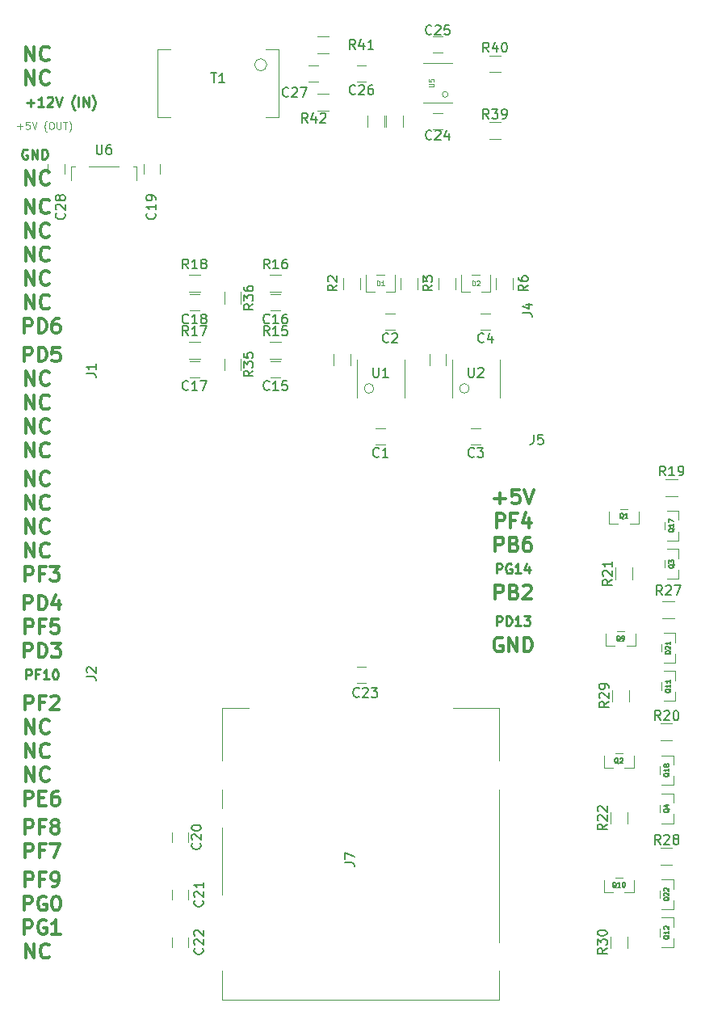
<source format=gto>
G04 #@! TF.GenerationSoftware,KiCad,Pcbnew,(5.0.2)-1*
G04 #@! TF.CreationDate,2019-02-15T15:39:03+02:00*
G04 #@! TF.ProjectId,STM32_Shield,53544d33-325f-4536-9869-656c642e6b69,rev?*
G04 #@! TF.SameCoordinates,Original*
G04 #@! TF.FileFunction,Legend,Top*
G04 #@! TF.FilePolarity,Positive*
%FSLAX46Y46*%
G04 Gerber Fmt 4.6, Leading zero omitted, Abs format (unit mm)*
G04 Created by KiCad (PCBNEW (5.0.2)-1) date 15-Feb-19 3:39:03 PM*
%MOMM*%
%LPD*%
G01*
G04 APERTURE LIST*
%ADD10C,0.300000*%
%ADD11C,0.250000*%
%ADD12C,0.125000*%
%ADD13C,0.120000*%
%ADD14C,0.050000*%
%ADD15C,0.150000*%
%ADD16C,0.127000*%
%ADD17C,0.063500*%
G04 APERTURE END LIST*
D10*
X90642857Y-150178571D02*
X90642857Y-148678571D01*
X91214285Y-148678571D01*
X91357142Y-148750000D01*
X91428571Y-148821428D01*
X91500000Y-148964285D01*
X91500000Y-149178571D01*
X91428571Y-149321428D01*
X91357142Y-149392857D01*
X91214285Y-149464285D01*
X90642857Y-149464285D01*
X92928571Y-148750000D02*
X92785714Y-148678571D01*
X92571428Y-148678571D01*
X92357142Y-148750000D01*
X92214285Y-148892857D01*
X92142857Y-149035714D01*
X92071428Y-149321428D01*
X92071428Y-149535714D01*
X92142857Y-149821428D01*
X92214285Y-149964285D01*
X92357142Y-150107142D01*
X92571428Y-150178571D01*
X92714285Y-150178571D01*
X92928571Y-150107142D01*
X93000000Y-150035714D01*
X93000000Y-149535714D01*
X92714285Y-149535714D01*
X94428571Y-150178571D02*
X93571428Y-150178571D01*
X94000000Y-150178571D02*
X94000000Y-148678571D01*
X93857142Y-148892857D01*
X93714285Y-149035714D01*
X93571428Y-149107142D01*
X90642857Y-147678571D02*
X90642857Y-146178571D01*
X91214285Y-146178571D01*
X91357142Y-146250000D01*
X91428571Y-146321428D01*
X91500000Y-146464285D01*
X91500000Y-146678571D01*
X91428571Y-146821428D01*
X91357142Y-146892857D01*
X91214285Y-146964285D01*
X90642857Y-146964285D01*
X92928571Y-146250000D02*
X92785714Y-146178571D01*
X92571428Y-146178571D01*
X92357142Y-146250000D01*
X92214285Y-146392857D01*
X92142857Y-146535714D01*
X92071428Y-146821428D01*
X92071428Y-147035714D01*
X92142857Y-147321428D01*
X92214285Y-147464285D01*
X92357142Y-147607142D01*
X92571428Y-147678571D01*
X92714285Y-147678571D01*
X92928571Y-147607142D01*
X93000000Y-147535714D01*
X93000000Y-147035714D01*
X92714285Y-147035714D01*
X93928571Y-146178571D02*
X94071428Y-146178571D01*
X94214285Y-146250000D01*
X94285714Y-146321428D01*
X94357142Y-146464285D01*
X94428571Y-146750000D01*
X94428571Y-147107142D01*
X94357142Y-147392857D01*
X94285714Y-147535714D01*
X94214285Y-147607142D01*
X94071428Y-147678571D01*
X93928571Y-147678571D01*
X93785714Y-147607142D01*
X93714285Y-147535714D01*
X93642857Y-147392857D01*
X93571428Y-147107142D01*
X93571428Y-146750000D01*
X93642857Y-146464285D01*
X93714285Y-146321428D01*
X93785714Y-146250000D01*
X93928571Y-146178571D01*
X90750000Y-145178571D02*
X90750000Y-143678571D01*
X91321428Y-143678571D01*
X91464285Y-143750000D01*
X91535714Y-143821428D01*
X91607142Y-143964285D01*
X91607142Y-144178571D01*
X91535714Y-144321428D01*
X91464285Y-144392857D01*
X91321428Y-144464285D01*
X90750000Y-144464285D01*
X92750000Y-144392857D02*
X92250000Y-144392857D01*
X92250000Y-145178571D02*
X92250000Y-143678571D01*
X92964285Y-143678571D01*
X93607142Y-145178571D02*
X93892857Y-145178571D01*
X94035714Y-145107142D01*
X94107142Y-145035714D01*
X94250000Y-144821428D01*
X94321428Y-144535714D01*
X94321428Y-143964285D01*
X94250000Y-143821428D01*
X94178571Y-143750000D01*
X94035714Y-143678571D01*
X93750000Y-143678571D01*
X93607142Y-143750000D01*
X93535714Y-143821428D01*
X93464285Y-143964285D01*
X93464285Y-144321428D01*
X93535714Y-144464285D01*
X93607142Y-144535714D01*
X93750000Y-144607142D01*
X94035714Y-144607142D01*
X94178571Y-144535714D01*
X94250000Y-144464285D01*
X94321428Y-144321428D01*
X90750000Y-142178571D02*
X90750000Y-140678571D01*
X91321428Y-140678571D01*
X91464285Y-140750000D01*
X91535714Y-140821428D01*
X91607142Y-140964285D01*
X91607142Y-141178571D01*
X91535714Y-141321428D01*
X91464285Y-141392857D01*
X91321428Y-141464285D01*
X90750000Y-141464285D01*
X92750000Y-141392857D02*
X92250000Y-141392857D01*
X92250000Y-142178571D02*
X92250000Y-140678571D01*
X92964285Y-140678571D01*
X93392857Y-140678571D02*
X94392857Y-140678571D01*
X93750000Y-142178571D01*
X90750000Y-139678571D02*
X90750000Y-138178571D01*
X91321428Y-138178571D01*
X91464285Y-138250000D01*
X91535714Y-138321428D01*
X91607142Y-138464285D01*
X91607142Y-138678571D01*
X91535714Y-138821428D01*
X91464285Y-138892857D01*
X91321428Y-138964285D01*
X90750000Y-138964285D01*
X92750000Y-138892857D02*
X92250000Y-138892857D01*
X92250000Y-139678571D02*
X92250000Y-138178571D01*
X92964285Y-138178571D01*
X93750000Y-138821428D02*
X93607142Y-138750000D01*
X93535714Y-138678571D01*
X93464285Y-138535714D01*
X93464285Y-138464285D01*
X93535714Y-138321428D01*
X93607142Y-138250000D01*
X93750000Y-138178571D01*
X94035714Y-138178571D01*
X94178571Y-138250000D01*
X94250000Y-138321428D01*
X94321428Y-138464285D01*
X94321428Y-138535714D01*
X94250000Y-138678571D01*
X94178571Y-138750000D01*
X94035714Y-138821428D01*
X93750000Y-138821428D01*
X93607142Y-138892857D01*
X93535714Y-138964285D01*
X93464285Y-139107142D01*
X93464285Y-139392857D01*
X93535714Y-139535714D01*
X93607142Y-139607142D01*
X93750000Y-139678571D01*
X94035714Y-139678571D01*
X94178571Y-139607142D01*
X94250000Y-139535714D01*
X94321428Y-139392857D01*
X94321428Y-139107142D01*
X94250000Y-138964285D01*
X94178571Y-138892857D01*
X94035714Y-138821428D01*
X90714285Y-136678571D02*
X90714285Y-135178571D01*
X91285714Y-135178571D01*
X91428571Y-135250000D01*
X91500000Y-135321428D01*
X91571428Y-135464285D01*
X91571428Y-135678571D01*
X91500000Y-135821428D01*
X91428571Y-135892857D01*
X91285714Y-135964285D01*
X90714285Y-135964285D01*
X92214285Y-135892857D02*
X92714285Y-135892857D01*
X92928571Y-136678571D02*
X92214285Y-136678571D01*
X92214285Y-135178571D01*
X92928571Y-135178571D01*
X94214285Y-135178571D02*
X93928571Y-135178571D01*
X93785714Y-135250000D01*
X93714285Y-135321428D01*
X93571428Y-135535714D01*
X93500000Y-135821428D01*
X93500000Y-136392857D01*
X93571428Y-136535714D01*
X93642857Y-136607142D01*
X93785714Y-136678571D01*
X94071428Y-136678571D01*
X94214285Y-136607142D01*
X94285714Y-136535714D01*
X94357142Y-136392857D01*
X94357142Y-136035714D01*
X94285714Y-135892857D01*
X94214285Y-135821428D01*
X94071428Y-135750000D01*
X93785714Y-135750000D01*
X93642857Y-135821428D01*
X93571428Y-135892857D01*
X93500000Y-136035714D01*
X90750000Y-126678571D02*
X90750000Y-125178571D01*
X91321428Y-125178571D01*
X91464285Y-125250000D01*
X91535714Y-125321428D01*
X91607142Y-125464285D01*
X91607142Y-125678571D01*
X91535714Y-125821428D01*
X91464285Y-125892857D01*
X91321428Y-125964285D01*
X90750000Y-125964285D01*
X92750000Y-125892857D02*
X92250000Y-125892857D01*
X92250000Y-126678571D02*
X92250000Y-125178571D01*
X92964285Y-125178571D01*
X93464285Y-125321428D02*
X93535714Y-125250000D01*
X93678571Y-125178571D01*
X94035714Y-125178571D01*
X94178571Y-125250000D01*
X94250000Y-125321428D01*
X94321428Y-125464285D01*
X94321428Y-125607142D01*
X94250000Y-125821428D01*
X93392857Y-126678571D01*
X94321428Y-126678571D01*
D11*
X90857142Y-123452380D02*
X90857142Y-122452380D01*
X91238095Y-122452380D01*
X91333333Y-122500000D01*
X91380952Y-122547619D01*
X91428571Y-122642857D01*
X91428571Y-122785714D01*
X91380952Y-122880952D01*
X91333333Y-122928571D01*
X91238095Y-122976190D01*
X90857142Y-122976190D01*
X92190476Y-122928571D02*
X91857142Y-122928571D01*
X91857142Y-123452380D02*
X91857142Y-122452380D01*
X92333333Y-122452380D01*
X93238095Y-123452380D02*
X92666666Y-123452380D01*
X92952380Y-123452380D02*
X92952380Y-122452380D01*
X92857142Y-122595238D01*
X92761904Y-122690476D01*
X92666666Y-122738095D01*
X93857142Y-122452380D02*
X93952380Y-122452380D01*
X94047619Y-122500000D01*
X94095238Y-122547619D01*
X94142857Y-122642857D01*
X94190476Y-122833333D01*
X94190476Y-123071428D01*
X94142857Y-123261904D01*
X94095238Y-123357142D01*
X94047619Y-123404761D01*
X93952380Y-123452380D01*
X93857142Y-123452380D01*
X93761904Y-123404761D01*
X93714285Y-123357142D01*
X93666666Y-123261904D01*
X93619047Y-123071428D01*
X93619047Y-122833333D01*
X93666666Y-122642857D01*
X93714285Y-122547619D01*
X93761904Y-122500000D01*
X93857142Y-122452380D01*
D10*
X90750000Y-118678571D02*
X90750000Y-117178571D01*
X91321428Y-117178571D01*
X91464285Y-117250000D01*
X91535714Y-117321428D01*
X91607142Y-117464285D01*
X91607142Y-117678571D01*
X91535714Y-117821428D01*
X91464285Y-117892857D01*
X91321428Y-117964285D01*
X90750000Y-117964285D01*
X92750000Y-117892857D02*
X92250000Y-117892857D01*
X92250000Y-118678571D02*
X92250000Y-117178571D01*
X92964285Y-117178571D01*
X94250000Y-117178571D02*
X93535714Y-117178571D01*
X93464285Y-117892857D01*
X93535714Y-117821428D01*
X93678571Y-117750000D01*
X94035714Y-117750000D01*
X94178571Y-117821428D01*
X94250000Y-117892857D01*
X94321428Y-118035714D01*
X94321428Y-118392857D01*
X94250000Y-118535714D01*
X94178571Y-118607142D01*
X94035714Y-118678571D01*
X93678571Y-118678571D01*
X93535714Y-118607142D01*
X93464285Y-118535714D01*
X90642857Y-121178571D02*
X90642857Y-119678571D01*
X91214285Y-119678571D01*
X91357142Y-119750000D01*
X91428571Y-119821428D01*
X91500000Y-119964285D01*
X91500000Y-120178571D01*
X91428571Y-120321428D01*
X91357142Y-120392857D01*
X91214285Y-120464285D01*
X90642857Y-120464285D01*
X92142857Y-121178571D02*
X92142857Y-119678571D01*
X92500000Y-119678571D01*
X92714285Y-119750000D01*
X92857142Y-119892857D01*
X92928571Y-120035714D01*
X93000000Y-120321428D01*
X93000000Y-120535714D01*
X92928571Y-120821428D01*
X92857142Y-120964285D01*
X92714285Y-121107142D01*
X92500000Y-121178571D01*
X92142857Y-121178571D01*
X93500000Y-119678571D02*
X94428571Y-119678571D01*
X93928571Y-120250000D01*
X94142857Y-120250000D01*
X94285714Y-120321428D01*
X94357142Y-120392857D01*
X94428571Y-120535714D01*
X94428571Y-120892857D01*
X94357142Y-121035714D01*
X94285714Y-121107142D01*
X94142857Y-121178571D01*
X93714285Y-121178571D01*
X93571428Y-121107142D01*
X93500000Y-121035714D01*
X90642857Y-116178571D02*
X90642857Y-114678571D01*
X91214285Y-114678571D01*
X91357142Y-114750000D01*
X91428571Y-114821428D01*
X91500000Y-114964285D01*
X91500000Y-115178571D01*
X91428571Y-115321428D01*
X91357142Y-115392857D01*
X91214285Y-115464285D01*
X90642857Y-115464285D01*
X92142857Y-116178571D02*
X92142857Y-114678571D01*
X92500000Y-114678571D01*
X92714285Y-114750000D01*
X92857142Y-114892857D01*
X92928571Y-115035714D01*
X93000000Y-115321428D01*
X93000000Y-115535714D01*
X92928571Y-115821428D01*
X92857142Y-115964285D01*
X92714285Y-116107142D01*
X92500000Y-116178571D01*
X92142857Y-116178571D01*
X94285714Y-115178571D02*
X94285714Y-116178571D01*
X93928571Y-114607142D02*
X93571428Y-115678571D01*
X94500000Y-115678571D01*
X90750000Y-113178571D02*
X90750000Y-111678571D01*
X91321428Y-111678571D01*
X91464285Y-111750000D01*
X91535714Y-111821428D01*
X91607142Y-111964285D01*
X91607142Y-112178571D01*
X91535714Y-112321428D01*
X91464285Y-112392857D01*
X91321428Y-112464285D01*
X90750000Y-112464285D01*
X92750000Y-112392857D02*
X92250000Y-112392857D01*
X92250000Y-113178571D02*
X92250000Y-111678571D01*
X92964285Y-111678571D01*
X93392857Y-111678571D02*
X94321428Y-111678571D01*
X93821428Y-112250000D01*
X94035714Y-112250000D01*
X94178571Y-112321428D01*
X94250000Y-112392857D01*
X94321428Y-112535714D01*
X94321428Y-112892857D01*
X94250000Y-113035714D01*
X94178571Y-113107142D01*
X94035714Y-113178571D01*
X93607142Y-113178571D01*
X93464285Y-113107142D01*
X93392857Y-113035714D01*
X90642857Y-90178571D02*
X90642857Y-88678571D01*
X91214285Y-88678571D01*
X91357142Y-88750000D01*
X91428571Y-88821428D01*
X91500000Y-88964285D01*
X91500000Y-89178571D01*
X91428571Y-89321428D01*
X91357142Y-89392857D01*
X91214285Y-89464285D01*
X90642857Y-89464285D01*
X92142857Y-90178571D02*
X92142857Y-88678571D01*
X92500000Y-88678571D01*
X92714285Y-88750000D01*
X92857142Y-88892857D01*
X92928571Y-89035714D01*
X93000000Y-89321428D01*
X93000000Y-89535714D01*
X92928571Y-89821428D01*
X92857142Y-89964285D01*
X92714285Y-90107142D01*
X92500000Y-90178571D01*
X92142857Y-90178571D01*
X94357142Y-88678571D02*
X93642857Y-88678571D01*
X93571428Y-89392857D01*
X93642857Y-89321428D01*
X93785714Y-89250000D01*
X94142857Y-89250000D01*
X94285714Y-89321428D01*
X94357142Y-89392857D01*
X94428571Y-89535714D01*
X94428571Y-89892857D01*
X94357142Y-90035714D01*
X94285714Y-90107142D01*
X94142857Y-90178571D01*
X93785714Y-90178571D01*
X93642857Y-90107142D01*
X93571428Y-90035714D01*
X90642857Y-87178571D02*
X90642857Y-85678571D01*
X91214285Y-85678571D01*
X91357142Y-85750000D01*
X91428571Y-85821428D01*
X91500000Y-85964285D01*
X91500000Y-86178571D01*
X91428571Y-86321428D01*
X91357142Y-86392857D01*
X91214285Y-86464285D01*
X90642857Y-86464285D01*
X92142857Y-87178571D02*
X92142857Y-85678571D01*
X92500000Y-85678571D01*
X92714285Y-85750000D01*
X92857142Y-85892857D01*
X92928571Y-86035714D01*
X93000000Y-86321428D01*
X93000000Y-86535714D01*
X92928571Y-86821428D01*
X92857142Y-86964285D01*
X92714285Y-87107142D01*
X92500000Y-87178571D01*
X92142857Y-87178571D01*
X94285714Y-85678571D02*
X94000000Y-85678571D01*
X93857142Y-85750000D01*
X93785714Y-85821428D01*
X93642857Y-86035714D01*
X93571428Y-86321428D01*
X93571428Y-86892857D01*
X93642857Y-87035714D01*
X93714285Y-87107142D01*
X93857142Y-87178571D01*
X94142857Y-87178571D01*
X94285714Y-87107142D01*
X94357142Y-87035714D01*
X94428571Y-86892857D01*
X94428571Y-86535714D01*
X94357142Y-86392857D01*
X94285714Y-86321428D01*
X94142857Y-86250000D01*
X93857142Y-86250000D01*
X93714285Y-86321428D01*
X93642857Y-86392857D01*
X93571428Y-86535714D01*
D11*
X90988095Y-68000000D02*
X90892857Y-67952380D01*
X90750000Y-67952380D01*
X90607142Y-68000000D01*
X90511904Y-68095238D01*
X90464285Y-68190476D01*
X90416666Y-68380952D01*
X90416666Y-68523809D01*
X90464285Y-68714285D01*
X90511904Y-68809523D01*
X90607142Y-68904761D01*
X90750000Y-68952380D01*
X90845238Y-68952380D01*
X90988095Y-68904761D01*
X91035714Y-68857142D01*
X91035714Y-68523809D01*
X90845238Y-68523809D01*
X91464285Y-68952380D02*
X91464285Y-67952380D01*
X92035714Y-68952380D01*
X92035714Y-67952380D01*
X92511904Y-68952380D02*
X92511904Y-67952380D01*
X92750000Y-67952380D01*
X92892857Y-68000000D01*
X92988095Y-68095238D01*
X93035714Y-68190476D01*
X93083333Y-68380952D01*
X93083333Y-68523809D01*
X93035714Y-68714285D01*
X92988095Y-68809523D01*
X92892857Y-68904761D01*
X92750000Y-68952380D01*
X92511904Y-68952380D01*
D12*
X89928571Y-65553571D02*
X90500000Y-65553571D01*
X90214285Y-65839285D02*
X90214285Y-65267857D01*
X91214285Y-65089285D02*
X90857142Y-65089285D01*
X90821428Y-65446428D01*
X90857142Y-65410714D01*
X90928571Y-65375000D01*
X91107142Y-65375000D01*
X91178571Y-65410714D01*
X91214285Y-65446428D01*
X91250000Y-65517857D01*
X91250000Y-65696428D01*
X91214285Y-65767857D01*
X91178571Y-65803571D01*
X91107142Y-65839285D01*
X90928571Y-65839285D01*
X90857142Y-65803571D01*
X90821428Y-65767857D01*
X91464285Y-65089285D02*
X91714285Y-65839285D01*
X91964285Y-65089285D01*
X93000000Y-66125000D02*
X92964285Y-66089285D01*
X92892857Y-65982142D01*
X92857142Y-65910714D01*
X92821428Y-65803571D01*
X92785714Y-65625000D01*
X92785714Y-65482142D01*
X92821428Y-65303571D01*
X92857142Y-65196428D01*
X92892857Y-65125000D01*
X92964285Y-65017857D01*
X93000000Y-64982142D01*
X93428571Y-65089285D02*
X93571428Y-65089285D01*
X93642857Y-65125000D01*
X93714285Y-65196428D01*
X93750000Y-65339285D01*
X93750000Y-65589285D01*
X93714285Y-65732142D01*
X93642857Y-65803571D01*
X93571428Y-65839285D01*
X93428571Y-65839285D01*
X93357142Y-65803571D01*
X93285714Y-65732142D01*
X93250000Y-65589285D01*
X93250000Y-65339285D01*
X93285714Y-65196428D01*
X93357142Y-65125000D01*
X93428571Y-65089285D01*
X94071428Y-65089285D02*
X94071428Y-65696428D01*
X94107142Y-65767857D01*
X94142857Y-65803571D01*
X94214285Y-65839285D01*
X94357142Y-65839285D01*
X94428571Y-65803571D01*
X94464285Y-65767857D01*
X94500000Y-65696428D01*
X94500000Y-65089285D01*
X94750000Y-65089285D02*
X95178571Y-65089285D01*
X94964285Y-65839285D02*
X94964285Y-65089285D01*
X95357142Y-66125000D02*
X95392857Y-66089285D01*
X95464285Y-65982142D01*
X95500000Y-65910714D01*
X95535714Y-65803571D01*
X95571428Y-65625000D01*
X95571428Y-65482142D01*
X95535714Y-65303571D01*
X95500000Y-65196428D01*
X95464285Y-65125000D01*
X95392857Y-65017857D01*
X95357142Y-64982142D01*
D11*
X90928571Y-63071428D02*
X91690476Y-63071428D01*
X91309523Y-63452380D02*
X91309523Y-62690476D01*
X92690476Y-63452380D02*
X92119047Y-63452380D01*
X92404761Y-63452380D02*
X92404761Y-62452380D01*
X92309523Y-62595238D01*
X92214285Y-62690476D01*
X92119047Y-62738095D01*
X93071428Y-62547619D02*
X93119047Y-62500000D01*
X93214285Y-62452380D01*
X93452380Y-62452380D01*
X93547619Y-62500000D01*
X93595238Y-62547619D01*
X93642857Y-62642857D01*
X93642857Y-62738095D01*
X93595238Y-62880952D01*
X93023809Y-63452380D01*
X93642857Y-63452380D01*
X93928571Y-62452380D02*
X94261904Y-63452380D01*
X94595238Y-62452380D01*
X95976190Y-63833333D02*
X95928571Y-63785714D01*
X95833333Y-63642857D01*
X95785714Y-63547619D01*
X95738095Y-63404761D01*
X95690476Y-63166666D01*
X95690476Y-62976190D01*
X95738095Y-62738095D01*
X95785714Y-62595238D01*
X95833333Y-62500000D01*
X95928571Y-62357142D01*
X95976190Y-62309523D01*
X96357142Y-63452380D02*
X96357142Y-62452380D01*
X96833333Y-63452380D02*
X96833333Y-62452380D01*
X97404761Y-63452380D01*
X97404761Y-62452380D01*
X97785714Y-63833333D02*
X97833333Y-63785714D01*
X97928571Y-63642857D01*
X97976190Y-63547619D01*
X98023809Y-63404761D01*
X98071428Y-63166666D01*
X98071428Y-62976190D01*
X98023809Y-62738095D01*
X97976190Y-62595238D01*
X97928571Y-62500000D01*
X97833333Y-62357142D01*
X97785714Y-62309523D01*
D10*
X90821428Y-152678571D02*
X90821428Y-151178571D01*
X91678571Y-152678571D01*
X91678571Y-151178571D01*
X93250000Y-152535714D02*
X93178571Y-152607142D01*
X92964285Y-152678571D01*
X92821428Y-152678571D01*
X92607142Y-152607142D01*
X92464285Y-152464285D01*
X92392857Y-152321428D01*
X92321428Y-152035714D01*
X92321428Y-151821428D01*
X92392857Y-151535714D01*
X92464285Y-151392857D01*
X92607142Y-151250000D01*
X92821428Y-151178571D01*
X92964285Y-151178571D01*
X93178571Y-151250000D01*
X93250000Y-151321428D01*
X90821428Y-134178571D02*
X90821428Y-132678571D01*
X91678571Y-134178571D01*
X91678571Y-132678571D01*
X93250000Y-134035714D02*
X93178571Y-134107142D01*
X92964285Y-134178571D01*
X92821428Y-134178571D01*
X92607142Y-134107142D01*
X92464285Y-133964285D01*
X92392857Y-133821428D01*
X92321428Y-133535714D01*
X92321428Y-133321428D01*
X92392857Y-133035714D01*
X92464285Y-132892857D01*
X92607142Y-132750000D01*
X92821428Y-132678571D01*
X92964285Y-132678571D01*
X93178571Y-132750000D01*
X93250000Y-132821428D01*
X90821428Y-131678571D02*
X90821428Y-130178571D01*
X91678571Y-131678571D01*
X91678571Y-130178571D01*
X93250000Y-131535714D02*
X93178571Y-131607142D01*
X92964285Y-131678571D01*
X92821428Y-131678571D01*
X92607142Y-131607142D01*
X92464285Y-131464285D01*
X92392857Y-131321428D01*
X92321428Y-131035714D01*
X92321428Y-130821428D01*
X92392857Y-130535714D01*
X92464285Y-130392857D01*
X92607142Y-130250000D01*
X92821428Y-130178571D01*
X92964285Y-130178571D01*
X93178571Y-130250000D01*
X93250000Y-130321428D01*
X90821428Y-129178571D02*
X90821428Y-127678571D01*
X91678571Y-129178571D01*
X91678571Y-127678571D01*
X93250000Y-129035714D02*
X93178571Y-129107142D01*
X92964285Y-129178571D01*
X92821428Y-129178571D01*
X92607142Y-129107142D01*
X92464285Y-128964285D01*
X92392857Y-128821428D01*
X92321428Y-128535714D01*
X92321428Y-128321428D01*
X92392857Y-128035714D01*
X92464285Y-127892857D01*
X92607142Y-127750000D01*
X92821428Y-127678571D01*
X92964285Y-127678571D01*
X93178571Y-127750000D01*
X93250000Y-127821428D01*
X90821428Y-110678571D02*
X90821428Y-109178571D01*
X91678571Y-110678571D01*
X91678571Y-109178571D01*
X93250000Y-110535714D02*
X93178571Y-110607142D01*
X92964285Y-110678571D01*
X92821428Y-110678571D01*
X92607142Y-110607142D01*
X92464285Y-110464285D01*
X92392857Y-110321428D01*
X92321428Y-110035714D01*
X92321428Y-109821428D01*
X92392857Y-109535714D01*
X92464285Y-109392857D01*
X92607142Y-109250000D01*
X92821428Y-109178571D01*
X92964285Y-109178571D01*
X93178571Y-109250000D01*
X93250000Y-109321428D01*
X90821428Y-108178571D02*
X90821428Y-106678571D01*
X91678571Y-108178571D01*
X91678571Y-106678571D01*
X93250000Y-108035714D02*
X93178571Y-108107142D01*
X92964285Y-108178571D01*
X92821428Y-108178571D01*
X92607142Y-108107142D01*
X92464285Y-107964285D01*
X92392857Y-107821428D01*
X92321428Y-107535714D01*
X92321428Y-107321428D01*
X92392857Y-107035714D01*
X92464285Y-106892857D01*
X92607142Y-106750000D01*
X92821428Y-106678571D01*
X92964285Y-106678571D01*
X93178571Y-106750000D01*
X93250000Y-106821428D01*
X90821428Y-105678571D02*
X90821428Y-104178571D01*
X91678571Y-105678571D01*
X91678571Y-104178571D01*
X93250000Y-105535714D02*
X93178571Y-105607142D01*
X92964285Y-105678571D01*
X92821428Y-105678571D01*
X92607142Y-105607142D01*
X92464285Y-105464285D01*
X92392857Y-105321428D01*
X92321428Y-105035714D01*
X92321428Y-104821428D01*
X92392857Y-104535714D01*
X92464285Y-104392857D01*
X92607142Y-104250000D01*
X92821428Y-104178571D01*
X92964285Y-104178571D01*
X93178571Y-104250000D01*
X93250000Y-104321428D01*
X90821428Y-103178571D02*
X90821428Y-101678571D01*
X91678571Y-103178571D01*
X91678571Y-101678571D01*
X93250000Y-103035714D02*
X93178571Y-103107142D01*
X92964285Y-103178571D01*
X92821428Y-103178571D01*
X92607142Y-103107142D01*
X92464285Y-102964285D01*
X92392857Y-102821428D01*
X92321428Y-102535714D01*
X92321428Y-102321428D01*
X92392857Y-102035714D01*
X92464285Y-101892857D01*
X92607142Y-101750000D01*
X92821428Y-101678571D01*
X92964285Y-101678571D01*
X93178571Y-101750000D01*
X93250000Y-101821428D01*
X90821428Y-100178571D02*
X90821428Y-98678571D01*
X91678571Y-100178571D01*
X91678571Y-98678571D01*
X93250000Y-100035714D02*
X93178571Y-100107142D01*
X92964285Y-100178571D01*
X92821428Y-100178571D01*
X92607142Y-100107142D01*
X92464285Y-99964285D01*
X92392857Y-99821428D01*
X92321428Y-99535714D01*
X92321428Y-99321428D01*
X92392857Y-99035714D01*
X92464285Y-98892857D01*
X92607142Y-98750000D01*
X92821428Y-98678571D01*
X92964285Y-98678571D01*
X93178571Y-98750000D01*
X93250000Y-98821428D01*
X90821428Y-97678571D02*
X90821428Y-96178571D01*
X91678571Y-97678571D01*
X91678571Y-96178571D01*
X93250000Y-97535714D02*
X93178571Y-97607142D01*
X92964285Y-97678571D01*
X92821428Y-97678571D01*
X92607142Y-97607142D01*
X92464285Y-97464285D01*
X92392857Y-97321428D01*
X92321428Y-97035714D01*
X92321428Y-96821428D01*
X92392857Y-96535714D01*
X92464285Y-96392857D01*
X92607142Y-96250000D01*
X92821428Y-96178571D01*
X92964285Y-96178571D01*
X93178571Y-96250000D01*
X93250000Y-96321428D01*
X90821428Y-95178571D02*
X90821428Y-93678571D01*
X91678571Y-95178571D01*
X91678571Y-93678571D01*
X93250000Y-95035714D02*
X93178571Y-95107142D01*
X92964285Y-95178571D01*
X92821428Y-95178571D01*
X92607142Y-95107142D01*
X92464285Y-94964285D01*
X92392857Y-94821428D01*
X92321428Y-94535714D01*
X92321428Y-94321428D01*
X92392857Y-94035714D01*
X92464285Y-93892857D01*
X92607142Y-93750000D01*
X92821428Y-93678571D01*
X92964285Y-93678571D01*
X93178571Y-93750000D01*
X93250000Y-93821428D01*
X90821428Y-92678571D02*
X90821428Y-91178571D01*
X91678571Y-92678571D01*
X91678571Y-91178571D01*
X93250000Y-92535714D02*
X93178571Y-92607142D01*
X92964285Y-92678571D01*
X92821428Y-92678571D01*
X92607142Y-92607142D01*
X92464285Y-92464285D01*
X92392857Y-92321428D01*
X92321428Y-92035714D01*
X92321428Y-91821428D01*
X92392857Y-91535714D01*
X92464285Y-91392857D01*
X92607142Y-91250000D01*
X92821428Y-91178571D01*
X92964285Y-91178571D01*
X93178571Y-91250000D01*
X93250000Y-91321428D01*
X90821428Y-84678571D02*
X90821428Y-83178571D01*
X91678571Y-84678571D01*
X91678571Y-83178571D01*
X93250000Y-84535714D02*
X93178571Y-84607142D01*
X92964285Y-84678571D01*
X92821428Y-84678571D01*
X92607142Y-84607142D01*
X92464285Y-84464285D01*
X92392857Y-84321428D01*
X92321428Y-84035714D01*
X92321428Y-83821428D01*
X92392857Y-83535714D01*
X92464285Y-83392857D01*
X92607142Y-83250000D01*
X92821428Y-83178571D01*
X92964285Y-83178571D01*
X93178571Y-83250000D01*
X93250000Y-83321428D01*
X90821428Y-82178571D02*
X90821428Y-80678571D01*
X91678571Y-82178571D01*
X91678571Y-80678571D01*
X93250000Y-82035714D02*
X93178571Y-82107142D01*
X92964285Y-82178571D01*
X92821428Y-82178571D01*
X92607142Y-82107142D01*
X92464285Y-81964285D01*
X92392857Y-81821428D01*
X92321428Y-81535714D01*
X92321428Y-81321428D01*
X92392857Y-81035714D01*
X92464285Y-80892857D01*
X92607142Y-80750000D01*
X92821428Y-80678571D01*
X92964285Y-80678571D01*
X93178571Y-80750000D01*
X93250000Y-80821428D01*
X90821428Y-79678571D02*
X90821428Y-78178571D01*
X91678571Y-79678571D01*
X91678571Y-78178571D01*
X93250000Y-79535714D02*
X93178571Y-79607142D01*
X92964285Y-79678571D01*
X92821428Y-79678571D01*
X92607142Y-79607142D01*
X92464285Y-79464285D01*
X92392857Y-79321428D01*
X92321428Y-79035714D01*
X92321428Y-78821428D01*
X92392857Y-78535714D01*
X92464285Y-78392857D01*
X92607142Y-78250000D01*
X92821428Y-78178571D01*
X92964285Y-78178571D01*
X93178571Y-78250000D01*
X93250000Y-78321428D01*
X90821428Y-77178571D02*
X90821428Y-75678571D01*
X91678571Y-77178571D01*
X91678571Y-75678571D01*
X93250000Y-77035714D02*
X93178571Y-77107142D01*
X92964285Y-77178571D01*
X92821428Y-77178571D01*
X92607142Y-77107142D01*
X92464285Y-76964285D01*
X92392857Y-76821428D01*
X92321428Y-76535714D01*
X92321428Y-76321428D01*
X92392857Y-76035714D01*
X92464285Y-75892857D01*
X92607142Y-75750000D01*
X92821428Y-75678571D01*
X92964285Y-75678571D01*
X93178571Y-75750000D01*
X93250000Y-75821428D01*
X90821428Y-74678571D02*
X90821428Y-73178571D01*
X91678571Y-74678571D01*
X91678571Y-73178571D01*
X93250000Y-74535714D02*
X93178571Y-74607142D01*
X92964285Y-74678571D01*
X92821428Y-74678571D01*
X92607142Y-74607142D01*
X92464285Y-74464285D01*
X92392857Y-74321428D01*
X92321428Y-74035714D01*
X92321428Y-73821428D01*
X92392857Y-73535714D01*
X92464285Y-73392857D01*
X92607142Y-73250000D01*
X92821428Y-73178571D01*
X92964285Y-73178571D01*
X93178571Y-73250000D01*
X93250000Y-73321428D01*
X90821428Y-71678571D02*
X90821428Y-70178571D01*
X91678571Y-71678571D01*
X91678571Y-70178571D01*
X93250000Y-71535714D02*
X93178571Y-71607142D01*
X92964285Y-71678571D01*
X92821428Y-71678571D01*
X92607142Y-71607142D01*
X92464285Y-71464285D01*
X92392857Y-71321428D01*
X92321428Y-71035714D01*
X92321428Y-70821428D01*
X92392857Y-70535714D01*
X92464285Y-70392857D01*
X92607142Y-70250000D01*
X92821428Y-70178571D01*
X92964285Y-70178571D01*
X93178571Y-70250000D01*
X93250000Y-70321428D01*
X90821428Y-61178571D02*
X90821428Y-59678571D01*
X91678571Y-61178571D01*
X91678571Y-59678571D01*
X93250000Y-61035714D02*
X93178571Y-61107142D01*
X92964285Y-61178571D01*
X92821428Y-61178571D01*
X92607142Y-61107142D01*
X92464285Y-60964285D01*
X92392857Y-60821428D01*
X92321428Y-60535714D01*
X92321428Y-60321428D01*
X92392857Y-60035714D01*
X92464285Y-59892857D01*
X92607142Y-59750000D01*
X92821428Y-59678571D01*
X92964285Y-59678571D01*
X93178571Y-59750000D01*
X93250000Y-59821428D01*
X90821428Y-58678571D02*
X90821428Y-57178571D01*
X91678571Y-58678571D01*
X91678571Y-57178571D01*
X93250000Y-58535714D02*
X93178571Y-58607142D01*
X92964285Y-58678571D01*
X92821428Y-58678571D01*
X92607142Y-58607142D01*
X92464285Y-58464285D01*
X92392857Y-58321428D01*
X92321428Y-58035714D01*
X92321428Y-57821428D01*
X92392857Y-57535714D01*
X92464285Y-57392857D01*
X92607142Y-57250000D01*
X92821428Y-57178571D01*
X92964285Y-57178571D01*
X93178571Y-57250000D01*
X93250000Y-57321428D01*
X140757142Y-119150000D02*
X140614285Y-119078571D01*
X140400000Y-119078571D01*
X140185714Y-119150000D01*
X140042857Y-119292857D01*
X139971428Y-119435714D01*
X139900000Y-119721428D01*
X139900000Y-119935714D01*
X139971428Y-120221428D01*
X140042857Y-120364285D01*
X140185714Y-120507142D01*
X140400000Y-120578571D01*
X140542857Y-120578571D01*
X140757142Y-120507142D01*
X140828571Y-120435714D01*
X140828571Y-119935714D01*
X140542857Y-119935714D01*
X141471428Y-120578571D02*
X141471428Y-119078571D01*
X142328571Y-120578571D01*
X142328571Y-119078571D01*
X143042857Y-120578571D02*
X143042857Y-119078571D01*
X143400000Y-119078571D01*
X143614285Y-119150000D01*
X143757142Y-119292857D01*
X143828571Y-119435714D01*
X143900000Y-119721428D01*
X143900000Y-119935714D01*
X143828571Y-120221428D01*
X143757142Y-120364285D01*
X143614285Y-120507142D01*
X143400000Y-120578571D01*
X143042857Y-120578571D01*
D11*
X140185714Y-117852380D02*
X140185714Y-116852380D01*
X140566666Y-116852380D01*
X140661904Y-116900000D01*
X140709523Y-116947619D01*
X140757142Y-117042857D01*
X140757142Y-117185714D01*
X140709523Y-117280952D01*
X140661904Y-117328571D01*
X140566666Y-117376190D01*
X140185714Y-117376190D01*
X141185714Y-117852380D02*
X141185714Y-116852380D01*
X141423809Y-116852380D01*
X141566666Y-116900000D01*
X141661904Y-116995238D01*
X141709523Y-117090476D01*
X141757142Y-117280952D01*
X141757142Y-117423809D01*
X141709523Y-117614285D01*
X141661904Y-117709523D01*
X141566666Y-117804761D01*
X141423809Y-117852380D01*
X141185714Y-117852380D01*
X142709523Y-117852380D02*
X142138095Y-117852380D01*
X142423809Y-117852380D02*
X142423809Y-116852380D01*
X142328571Y-116995238D01*
X142233333Y-117090476D01*
X142138095Y-117138095D01*
X143042857Y-116852380D02*
X143661904Y-116852380D01*
X143328571Y-117233333D01*
X143471428Y-117233333D01*
X143566666Y-117280952D01*
X143614285Y-117328571D01*
X143661904Y-117423809D01*
X143661904Y-117661904D01*
X143614285Y-117757142D01*
X143566666Y-117804761D01*
X143471428Y-117852380D01*
X143185714Y-117852380D01*
X143090476Y-117804761D01*
X143042857Y-117757142D01*
D10*
X140042857Y-115078571D02*
X140042857Y-113578571D01*
X140614285Y-113578571D01*
X140757142Y-113650000D01*
X140828571Y-113721428D01*
X140900000Y-113864285D01*
X140900000Y-114078571D01*
X140828571Y-114221428D01*
X140757142Y-114292857D01*
X140614285Y-114364285D01*
X140042857Y-114364285D01*
X142042857Y-114292857D02*
X142257142Y-114364285D01*
X142328571Y-114435714D01*
X142400000Y-114578571D01*
X142400000Y-114792857D01*
X142328571Y-114935714D01*
X142257142Y-115007142D01*
X142114285Y-115078571D01*
X141542857Y-115078571D01*
X141542857Y-113578571D01*
X142042857Y-113578571D01*
X142185714Y-113650000D01*
X142257142Y-113721428D01*
X142328571Y-113864285D01*
X142328571Y-114007142D01*
X142257142Y-114150000D01*
X142185714Y-114221428D01*
X142042857Y-114292857D01*
X141542857Y-114292857D01*
X142971428Y-113721428D02*
X143042857Y-113650000D01*
X143185714Y-113578571D01*
X143542857Y-113578571D01*
X143685714Y-113650000D01*
X143757142Y-113721428D01*
X143828571Y-113864285D01*
X143828571Y-114007142D01*
X143757142Y-114221428D01*
X142900000Y-115078571D01*
X143828571Y-115078571D01*
D11*
X140185714Y-112352380D02*
X140185714Y-111352380D01*
X140566666Y-111352380D01*
X140661904Y-111400000D01*
X140709523Y-111447619D01*
X140757142Y-111542857D01*
X140757142Y-111685714D01*
X140709523Y-111780952D01*
X140661904Y-111828571D01*
X140566666Y-111876190D01*
X140185714Y-111876190D01*
X141709523Y-111400000D02*
X141614285Y-111352380D01*
X141471428Y-111352380D01*
X141328571Y-111400000D01*
X141233333Y-111495238D01*
X141185714Y-111590476D01*
X141138095Y-111780952D01*
X141138095Y-111923809D01*
X141185714Y-112114285D01*
X141233333Y-112209523D01*
X141328571Y-112304761D01*
X141471428Y-112352380D01*
X141566666Y-112352380D01*
X141709523Y-112304761D01*
X141757142Y-112257142D01*
X141757142Y-111923809D01*
X141566666Y-111923809D01*
X142709523Y-112352380D02*
X142138095Y-112352380D01*
X142423809Y-112352380D02*
X142423809Y-111352380D01*
X142328571Y-111495238D01*
X142233333Y-111590476D01*
X142138095Y-111638095D01*
X143566666Y-111685714D02*
X143566666Y-112352380D01*
X143328571Y-111304761D02*
X143090476Y-112019047D01*
X143709523Y-112019047D01*
D10*
X140042857Y-110078571D02*
X140042857Y-108578571D01*
X140614285Y-108578571D01*
X140757142Y-108650000D01*
X140828571Y-108721428D01*
X140900000Y-108864285D01*
X140900000Y-109078571D01*
X140828571Y-109221428D01*
X140757142Y-109292857D01*
X140614285Y-109364285D01*
X140042857Y-109364285D01*
X142042857Y-109292857D02*
X142257142Y-109364285D01*
X142328571Y-109435714D01*
X142400000Y-109578571D01*
X142400000Y-109792857D01*
X142328571Y-109935714D01*
X142257142Y-110007142D01*
X142114285Y-110078571D01*
X141542857Y-110078571D01*
X141542857Y-108578571D01*
X142042857Y-108578571D01*
X142185714Y-108650000D01*
X142257142Y-108721428D01*
X142328571Y-108864285D01*
X142328571Y-109007142D01*
X142257142Y-109150000D01*
X142185714Y-109221428D01*
X142042857Y-109292857D01*
X141542857Y-109292857D01*
X143685714Y-108578571D02*
X143400000Y-108578571D01*
X143257142Y-108650000D01*
X143185714Y-108721428D01*
X143042857Y-108935714D01*
X142971428Y-109221428D01*
X142971428Y-109792857D01*
X143042857Y-109935714D01*
X143114285Y-110007142D01*
X143257142Y-110078571D01*
X143542857Y-110078571D01*
X143685714Y-110007142D01*
X143757142Y-109935714D01*
X143828571Y-109792857D01*
X143828571Y-109435714D01*
X143757142Y-109292857D01*
X143685714Y-109221428D01*
X143542857Y-109150000D01*
X143257142Y-109150000D01*
X143114285Y-109221428D01*
X143042857Y-109292857D01*
X142971428Y-109435714D01*
X140150000Y-107578571D02*
X140150000Y-106078571D01*
X140721428Y-106078571D01*
X140864285Y-106150000D01*
X140935714Y-106221428D01*
X141007142Y-106364285D01*
X141007142Y-106578571D01*
X140935714Y-106721428D01*
X140864285Y-106792857D01*
X140721428Y-106864285D01*
X140150000Y-106864285D01*
X142150000Y-106792857D02*
X141650000Y-106792857D01*
X141650000Y-107578571D02*
X141650000Y-106078571D01*
X142364285Y-106078571D01*
X143578571Y-106578571D02*
X143578571Y-107578571D01*
X143221428Y-106007142D02*
X142864285Y-107078571D01*
X143792857Y-107078571D01*
X139971428Y-104507142D02*
X141114285Y-104507142D01*
X140542857Y-105078571D02*
X140542857Y-103935714D01*
X142542857Y-103578571D02*
X141828571Y-103578571D01*
X141757142Y-104292857D01*
X141828571Y-104221428D01*
X141971428Y-104150000D01*
X142328571Y-104150000D01*
X142471428Y-104221428D01*
X142542857Y-104292857D01*
X142614285Y-104435714D01*
X142614285Y-104792857D01*
X142542857Y-104935714D01*
X142471428Y-105007142D01*
X142328571Y-105078571D01*
X141971428Y-105078571D01*
X141828571Y-105007142D01*
X141757142Y-104935714D01*
X143042857Y-103578571D02*
X143542857Y-105078571D01*
X144042857Y-103578571D01*
D13*
G04 #@! TO.C,R37*
X128380000Y-64400000D02*
X128380000Y-65600000D01*
X126620000Y-65600000D02*
X126620000Y-64400000D01*
G04 #@! TO.C,C1*
X128500000Y-97150000D02*
X127500000Y-97150000D01*
X127500000Y-98850000D02*
X128500000Y-98850000D01*
G04 #@! TO.C,C2*
X129500000Y-85150000D02*
X128500000Y-85150000D01*
X128500000Y-86850000D02*
X129500000Y-86850000D01*
G04 #@! TO.C,C3*
X138500000Y-97150000D02*
X137500000Y-97150000D01*
X137500000Y-98850000D02*
X138500000Y-98850000D01*
G04 #@! TO.C,C4*
X139500000Y-85150000D02*
X138500000Y-85150000D01*
X138500000Y-86850000D02*
X139500000Y-86850000D01*
D14*
G04 #@! TO.C,Q1*
X151959689Y-107128929D02*
X152919689Y-107128929D01*
X151959689Y-107128929D02*
X151959689Y-105878929D01*
X155079689Y-105878929D02*
X155079689Y-107128929D01*
X155079689Y-107128929D02*
X154119689Y-107128929D01*
X153919689Y-105628929D02*
X153119689Y-105628929D01*
G04 #@! TO.C,Q2*
X151440000Y-132750000D02*
X152400000Y-132750000D01*
X151440000Y-132750000D02*
X151440000Y-131500000D01*
X154560000Y-131500000D02*
X154560000Y-132750000D01*
X154560000Y-132750000D02*
X153600000Y-132750000D01*
X153400000Y-131250000D02*
X152600000Y-131250000D01*
G04 #@! TO.C,Q3*
X159269689Y-112938929D02*
X159269689Y-111978929D01*
X159269689Y-112938929D02*
X158019689Y-112938929D01*
X158019689Y-109818929D02*
X159269689Y-109818929D01*
X159269689Y-109818929D02*
X159269689Y-110778929D01*
X157769689Y-110978929D02*
X157769689Y-111778929D01*
G04 #@! TO.C,Q4*
X158750000Y-138560000D02*
X158750000Y-137600000D01*
X158750000Y-138560000D02*
X157500000Y-138560000D01*
X157500000Y-135440000D02*
X158750000Y-135440000D01*
X158750000Y-135440000D02*
X158750000Y-136400000D01*
X157250000Y-136600000D02*
X157250000Y-137400000D01*
G04 #@! TO.C,Q9*
X151616234Y-119932060D02*
X152576234Y-119932060D01*
X151616234Y-119932060D02*
X151616234Y-118682060D01*
X154736234Y-118682060D02*
X154736234Y-119932060D01*
X154736234Y-119932060D02*
X153776234Y-119932060D01*
X153576234Y-118432060D02*
X152776234Y-118432060D01*
G04 #@! TO.C,Q10*
X151440000Y-145750000D02*
X152400000Y-145750000D01*
X151440000Y-145750000D02*
X151440000Y-144500000D01*
X154560000Y-144500000D02*
X154560000Y-145750000D01*
X154560000Y-145750000D02*
X153600000Y-145750000D01*
X153400000Y-144250000D02*
X152600000Y-144250000D01*
G04 #@! TO.C,Q11*
X158926234Y-125742060D02*
X158926234Y-124782060D01*
X158926234Y-125742060D02*
X157676234Y-125742060D01*
X157676234Y-122622060D02*
X158926234Y-122622060D01*
X158926234Y-122622060D02*
X158926234Y-123582060D01*
X157426234Y-123782060D02*
X157426234Y-124582060D01*
G04 #@! TO.C,Q12*
X158750000Y-151560000D02*
X158750000Y-150600000D01*
X158750000Y-151560000D02*
X157500000Y-151560000D01*
X157500000Y-148440000D02*
X158750000Y-148440000D01*
X158750000Y-148440000D02*
X158750000Y-149400000D01*
X157250000Y-149600000D02*
X157250000Y-150400000D01*
D13*
G04 #@! TO.C,R1*
X123120000Y-90600000D02*
X123120000Y-89400000D01*
X124880000Y-89400000D02*
X124880000Y-90600000D01*
G04 #@! TO.C,R2*
X125880000Y-81400000D02*
X125880000Y-82600000D01*
X124120000Y-82600000D02*
X124120000Y-81400000D01*
G04 #@! TO.C,R3*
X131880000Y-81400000D02*
X131880000Y-82600000D01*
X130120000Y-82600000D02*
X130120000Y-81400000D01*
G04 #@! TO.C,R4*
X133120000Y-90600000D02*
X133120000Y-89400000D01*
X134880000Y-89400000D02*
X134880000Y-90600000D01*
G04 #@! TO.C,R5*
X135880000Y-81400000D02*
X135880000Y-82600000D01*
X134120000Y-82600000D02*
X134120000Y-81400000D01*
G04 #@! TO.C,R6*
X141880000Y-81400000D02*
X141880000Y-82600000D01*
X140120000Y-82600000D02*
X140120000Y-81400000D01*
G04 #@! TO.C,R15*
X117600000Y-89880000D02*
X116400000Y-89880000D01*
X116400000Y-88120000D02*
X117600000Y-88120000D01*
G04 #@! TO.C,R16*
X117600000Y-82880000D02*
X116400000Y-82880000D01*
X116400000Y-81120000D02*
X117600000Y-81120000D01*
G04 #@! TO.C,R17*
X109100000Y-89880000D02*
X107900000Y-89880000D01*
X107900000Y-88120000D02*
X109100000Y-88120000D01*
G04 #@! TO.C,R18*
X109100000Y-82880000D02*
X107900000Y-82880000D01*
X107900000Y-81120000D02*
X109100000Y-81120000D01*
G04 #@! TO.C,R19*
X157919689Y-102498929D02*
X159119689Y-102498929D01*
X159119689Y-104258929D02*
X157919689Y-104258929D01*
G04 #@! TO.C,R20*
X157400000Y-128120000D02*
X158600000Y-128120000D01*
X158600000Y-129880000D02*
X157400000Y-129880000D01*
G04 #@! TO.C,R21*
X152639689Y-112978929D02*
X152639689Y-111778929D01*
X154399689Y-111778929D02*
X154399689Y-112978929D01*
G04 #@! TO.C,R22*
X152120000Y-138600000D02*
X152120000Y-137400000D01*
X153880000Y-137400000D02*
X153880000Y-138600000D01*
G04 #@! TO.C,R27*
X157576234Y-115302060D02*
X158776234Y-115302060D01*
X158776234Y-117062060D02*
X157576234Y-117062060D01*
G04 #@! TO.C,R28*
X157400000Y-141120000D02*
X158600000Y-141120000D01*
X158600000Y-142880000D02*
X157400000Y-142880000D01*
G04 #@! TO.C,R29*
X152296234Y-125782060D02*
X152296234Y-124582060D01*
X154056234Y-124582060D02*
X154056234Y-125782060D01*
G04 #@! TO.C,R30*
X152120000Y-151600000D02*
X152120000Y-150400000D01*
X153880000Y-150400000D02*
X153880000Y-151600000D01*
D14*
G04 #@! TO.C,U1*
X127300000Y-93000000D02*
G75*
G03X127300000Y-93000000I-500000J0D01*
G01*
X125500000Y-94000000D02*
X125500000Y-90000000D01*
X130500000Y-94000000D02*
X130500000Y-90000000D01*
D13*
G04 #@! TO.C,C15*
X117500000Y-90150000D02*
X116500000Y-90150000D01*
X116500000Y-91850000D02*
X117500000Y-91850000D01*
G04 #@! TO.C,C16*
X117500000Y-83150000D02*
X116500000Y-83150000D01*
X116500000Y-84850000D02*
X117500000Y-84850000D01*
G04 #@! TO.C,C17*
X109000000Y-90150000D02*
X108000000Y-90150000D01*
X108000000Y-91850000D02*
X109000000Y-91850000D01*
G04 #@! TO.C,C18*
X109000000Y-83150000D02*
X108000000Y-83150000D01*
X108000000Y-84850000D02*
X109000000Y-84850000D01*
D14*
G04 #@! TO.C,D1*
X128400000Y-81125000D02*
X127600000Y-81125000D01*
X129520000Y-82875000D02*
X128600000Y-82875000D01*
X126480000Y-82875000D02*
X127400000Y-82875000D01*
X129520000Y-81125000D02*
X129520000Y-82875000D01*
X126480000Y-82875000D02*
X126480000Y-81125000D01*
G04 #@! TO.C,D2*
X138400000Y-81125000D02*
X137600000Y-81125000D01*
X139520000Y-82875000D02*
X138600000Y-82875000D01*
X136480000Y-82875000D02*
X137400000Y-82875000D01*
X139520000Y-81125000D02*
X139520000Y-82875000D01*
X136480000Y-82875000D02*
X136480000Y-81125000D01*
G04 #@! TO.C,U2*
X137300000Y-93000000D02*
G75*
G03X137300000Y-93000000I-500000J0D01*
G01*
X135500000Y-94000000D02*
X135500000Y-90000000D01*
X140500000Y-94000000D02*
X140500000Y-90000000D01*
D13*
G04 #@! TO.C,C19*
X103150000Y-69500000D02*
X103150000Y-70500000D01*
X104850000Y-70500000D02*
X104850000Y-69500000D01*
G04 #@! TO.C,C20*
X106150000Y-139500000D02*
X106150000Y-140500000D01*
X107850000Y-140500000D02*
X107850000Y-139500000D01*
G04 #@! TO.C,C21*
X107850000Y-146500000D02*
X107850000Y-145500000D01*
X106150000Y-145500000D02*
X106150000Y-146500000D01*
G04 #@! TO.C,C22*
X106150000Y-150500000D02*
X106150000Y-151500000D01*
X107850000Y-151500000D02*
X107850000Y-150500000D01*
G04 #@! TO.C,C23*
X126500000Y-122150000D02*
X125500000Y-122150000D01*
X125500000Y-123850000D02*
X126500000Y-123850000D01*
G04 #@! TO.C,C24*
X133500000Y-65850000D02*
X134500000Y-65850000D01*
X134500000Y-64150000D02*
X133500000Y-64150000D01*
G04 #@! TO.C,C25*
X134500000Y-56150000D02*
X133500000Y-56150000D01*
X133500000Y-57850000D02*
X134500000Y-57850000D01*
G04 #@! TO.C,C26*
X126500000Y-59150000D02*
X125500000Y-59150000D01*
X125500000Y-60850000D02*
X126500000Y-60850000D01*
G04 #@! TO.C,C27*
X120500000Y-60850000D02*
X121500000Y-60850000D01*
X121500000Y-59150000D02*
X120500000Y-59150000D01*
G04 #@! TO.C,C28*
X93150000Y-69500000D02*
X93150000Y-70500000D01*
X94850000Y-70500000D02*
X94850000Y-69500000D01*
D14*
G04 #@! TO.C,J7*
X111400000Y-154000000D02*
X111400000Y-157000000D01*
X140400000Y-154000000D02*
X140400000Y-157000000D01*
X140400000Y-157000000D02*
X111400000Y-157000000D01*
X140400000Y-126500000D02*
X140400000Y-132000000D01*
X140400000Y-126500000D02*
X135600000Y-126500000D01*
X111400000Y-126500000D02*
X114200000Y-126500000D01*
X111400000Y-132000000D02*
X111400000Y-126500000D01*
X111400000Y-137000000D02*
X111400000Y-135000000D01*
X111400000Y-146000000D02*
X111400000Y-139000000D01*
X140400000Y-151000000D02*
X140400000Y-135000000D01*
G04 #@! TO.C,Q17*
X159269689Y-108938929D02*
X159269689Y-107978929D01*
X159269689Y-108938929D02*
X158019689Y-108938929D01*
X158019689Y-105818929D02*
X159269689Y-105818929D01*
X159269689Y-105818929D02*
X159269689Y-106778929D01*
X157769689Y-106978929D02*
X157769689Y-107778929D01*
G04 #@! TO.C,Q18*
X158750000Y-134560000D02*
X158750000Y-133600000D01*
X158750000Y-134560000D02*
X157500000Y-134560000D01*
X157500000Y-131440000D02*
X158750000Y-131440000D01*
X158750000Y-131440000D02*
X158750000Y-132400000D01*
X157250000Y-132600000D02*
X157250000Y-133400000D01*
G04 #@! TO.C,Q21*
X158926234Y-121742060D02*
X158926234Y-120782060D01*
X158926234Y-121742060D02*
X157676234Y-121742060D01*
X157676234Y-118622060D02*
X158926234Y-118622060D01*
X158926234Y-118622060D02*
X158926234Y-119582060D01*
X157426234Y-119782060D02*
X157426234Y-120582060D01*
G04 #@! TO.C,Q22*
X158750000Y-147560000D02*
X158750000Y-146600000D01*
X158750000Y-147560000D02*
X157500000Y-147560000D01*
X157500000Y-144440000D02*
X158750000Y-144440000D01*
X158750000Y-144440000D02*
X158750000Y-145400000D01*
X157250000Y-145600000D02*
X157250000Y-146400000D01*
D13*
G04 #@! TO.C,R38*
X130380000Y-64400000D02*
X130380000Y-65600000D01*
X128620000Y-65600000D02*
X128620000Y-64400000D01*
G04 #@! TO.C,R39*
X139400000Y-65120000D02*
X140600000Y-65120000D01*
X140600000Y-66880000D02*
X139400000Y-66880000D01*
G04 #@! TO.C,R40*
X139400000Y-58120000D02*
X140600000Y-58120000D01*
X140600000Y-59880000D02*
X139400000Y-59880000D01*
G04 #@! TO.C,R41*
X121400000Y-56120000D02*
X122600000Y-56120000D01*
X122600000Y-57880000D02*
X121400000Y-57880000D01*
G04 #@! TO.C,R42*
X122600000Y-63880000D02*
X121400000Y-63880000D01*
X121400000Y-62120000D02*
X122600000Y-62120000D01*
D14*
G04 #@! TO.C,T1*
X104650000Y-57445000D02*
X106000000Y-57445000D01*
X117350000Y-57445000D02*
X116000000Y-57445000D01*
X117350000Y-64555000D02*
X116000000Y-64555000D01*
X104650000Y-64555000D02*
X106000000Y-64555000D01*
X116080000Y-59095000D02*
G75*
G03X116080000Y-59095000I-635000J0D01*
G01*
X117350000Y-57445000D02*
X117350000Y-64555000D01*
X104650000Y-57445000D02*
X104650000Y-64555000D01*
G04 #@! TO.C,U5*
X135100000Y-62200000D02*
G75*
G03X135100000Y-62200000I-300000J0D01*
G01*
X135551000Y-63070500D02*
X132449000Y-63070500D01*
X135551000Y-58929500D02*
X132449000Y-58929500D01*
D13*
G04 #@! TO.C,U6*
X102050000Y-69725000D02*
X102400000Y-69725000D01*
X102400000Y-69725000D02*
X102400000Y-71225000D01*
X97400000Y-69725000D02*
X100600000Y-69725000D01*
X95600000Y-71225000D02*
X95600000Y-69725000D01*
X95600000Y-69725000D02*
X96000000Y-69725000D01*
G04 #@! TO.C,R35*
X111620000Y-91100000D02*
X111620000Y-89900000D01*
X113380000Y-89900000D02*
X113380000Y-91100000D01*
G04 #@! TO.C,R36*
X113380000Y-82900000D02*
X113380000Y-84100000D01*
X111620000Y-84100000D02*
X111620000Y-82900000D01*
G04 #@! TO.C,C1*
D15*
X127833333Y-100107142D02*
X127785714Y-100154761D01*
X127642857Y-100202380D01*
X127547619Y-100202380D01*
X127404761Y-100154761D01*
X127309523Y-100059523D01*
X127261904Y-99964285D01*
X127214285Y-99773809D01*
X127214285Y-99630952D01*
X127261904Y-99440476D01*
X127309523Y-99345238D01*
X127404761Y-99250000D01*
X127547619Y-99202380D01*
X127642857Y-99202380D01*
X127785714Y-99250000D01*
X127833333Y-99297619D01*
X128785714Y-100202380D02*
X128214285Y-100202380D01*
X128500000Y-100202380D02*
X128500000Y-99202380D01*
X128404761Y-99345238D01*
X128309523Y-99440476D01*
X128214285Y-99488095D01*
G04 #@! TO.C,C2*
X128833333Y-88107142D02*
X128785714Y-88154761D01*
X128642857Y-88202380D01*
X128547619Y-88202380D01*
X128404761Y-88154761D01*
X128309523Y-88059523D01*
X128261904Y-87964285D01*
X128214285Y-87773809D01*
X128214285Y-87630952D01*
X128261904Y-87440476D01*
X128309523Y-87345238D01*
X128404761Y-87250000D01*
X128547619Y-87202380D01*
X128642857Y-87202380D01*
X128785714Y-87250000D01*
X128833333Y-87297619D01*
X129214285Y-87297619D02*
X129261904Y-87250000D01*
X129357142Y-87202380D01*
X129595238Y-87202380D01*
X129690476Y-87250000D01*
X129738095Y-87297619D01*
X129785714Y-87392857D01*
X129785714Y-87488095D01*
X129738095Y-87630952D01*
X129166666Y-88202380D01*
X129785714Y-88202380D01*
G04 #@! TO.C,C3*
X137833333Y-100107142D02*
X137785714Y-100154761D01*
X137642857Y-100202380D01*
X137547619Y-100202380D01*
X137404761Y-100154761D01*
X137309523Y-100059523D01*
X137261904Y-99964285D01*
X137214285Y-99773809D01*
X137214285Y-99630952D01*
X137261904Y-99440476D01*
X137309523Y-99345238D01*
X137404761Y-99250000D01*
X137547619Y-99202380D01*
X137642857Y-99202380D01*
X137785714Y-99250000D01*
X137833333Y-99297619D01*
X138166666Y-99202380D02*
X138785714Y-99202380D01*
X138452380Y-99583333D01*
X138595238Y-99583333D01*
X138690476Y-99630952D01*
X138738095Y-99678571D01*
X138785714Y-99773809D01*
X138785714Y-100011904D01*
X138738095Y-100107142D01*
X138690476Y-100154761D01*
X138595238Y-100202380D01*
X138309523Y-100202380D01*
X138214285Y-100154761D01*
X138166666Y-100107142D01*
G04 #@! TO.C,C4*
X138833333Y-88107142D02*
X138785714Y-88154761D01*
X138642857Y-88202380D01*
X138547619Y-88202380D01*
X138404761Y-88154761D01*
X138309523Y-88059523D01*
X138261904Y-87964285D01*
X138214285Y-87773809D01*
X138214285Y-87630952D01*
X138261904Y-87440476D01*
X138309523Y-87345238D01*
X138404761Y-87250000D01*
X138547619Y-87202380D01*
X138642857Y-87202380D01*
X138785714Y-87250000D01*
X138833333Y-87297619D01*
X139690476Y-87535714D02*
X139690476Y-88202380D01*
X139452380Y-87154761D02*
X139214285Y-87869047D01*
X139833333Y-87869047D01*
G04 #@! TO.C,J1*
X97182380Y-91443333D02*
X97896666Y-91443333D01*
X98039523Y-91490952D01*
X98134761Y-91586190D01*
X98182380Y-91729047D01*
X98182380Y-91824285D01*
X98182380Y-90443333D02*
X98182380Y-91014761D01*
X98182380Y-90729047D02*
X97182380Y-90729047D01*
X97325238Y-90824285D01*
X97420476Y-90919523D01*
X97468095Y-91014761D01*
G04 #@! TO.C,J2*
X97182380Y-123193333D02*
X97896666Y-123193333D01*
X98039523Y-123240952D01*
X98134761Y-123336190D01*
X98182380Y-123479047D01*
X98182380Y-123574285D01*
X97277619Y-122764761D02*
X97230000Y-122717142D01*
X97182380Y-122621904D01*
X97182380Y-122383809D01*
X97230000Y-122288571D01*
X97277619Y-122240952D01*
X97372857Y-122193333D01*
X97468095Y-122193333D01*
X97610952Y-122240952D01*
X98182380Y-122812380D01*
X98182380Y-122193333D01*
G04 #@! TO.C,J4*
X142902380Y-85103333D02*
X143616666Y-85103333D01*
X143759523Y-85150952D01*
X143854761Y-85246190D01*
X143902380Y-85389047D01*
X143902380Y-85484285D01*
X143235714Y-84198571D02*
X143902380Y-84198571D01*
X142854761Y-84436666D02*
X143569047Y-84674761D01*
X143569047Y-84055714D01*
G04 #@! TO.C,J5*
X144066666Y-97852380D02*
X144066666Y-98566666D01*
X144019047Y-98709523D01*
X143923809Y-98804761D01*
X143780952Y-98852380D01*
X143685714Y-98852380D01*
X145019047Y-97852380D02*
X144542857Y-97852380D01*
X144495238Y-98328571D01*
X144542857Y-98280952D01*
X144638095Y-98233333D01*
X144876190Y-98233333D01*
X144971428Y-98280952D01*
X145019047Y-98328571D01*
X145066666Y-98423809D01*
X145066666Y-98661904D01*
X145019047Y-98757142D01*
X144971428Y-98804761D01*
X144876190Y-98852380D01*
X144638095Y-98852380D01*
X144542857Y-98804761D01*
X144495238Y-98757142D01*
G04 #@! TO.C,Q1*
D16*
X153471308Y-106657119D02*
X153422927Y-106632929D01*
X153374546Y-106584548D01*
X153301974Y-106511976D01*
X153253593Y-106487786D01*
X153205212Y-106487786D01*
X153229403Y-106608738D02*
X153181022Y-106584548D01*
X153132641Y-106536167D01*
X153108450Y-106439405D01*
X153108450Y-106270071D01*
X153132641Y-106173309D01*
X153181022Y-106124929D01*
X153229403Y-106100738D01*
X153326165Y-106100738D01*
X153374546Y-106124929D01*
X153422927Y-106173309D01*
X153447117Y-106270071D01*
X153447117Y-106439405D01*
X153422927Y-106536167D01*
X153374546Y-106584548D01*
X153326165Y-106608738D01*
X153229403Y-106608738D01*
X153930927Y-106608738D02*
X153640641Y-106608738D01*
X153785784Y-106608738D02*
X153785784Y-106100738D01*
X153737403Y-106173309D01*
X153689022Y-106221690D01*
X153640641Y-106245881D01*
G04 #@! TO.C,Q2*
X152951619Y-132278190D02*
X152903238Y-132254000D01*
X152854857Y-132205619D01*
X152782285Y-132133047D01*
X152733904Y-132108857D01*
X152685523Y-132108857D01*
X152709714Y-132229809D02*
X152661333Y-132205619D01*
X152612952Y-132157238D01*
X152588761Y-132060476D01*
X152588761Y-131891142D01*
X152612952Y-131794380D01*
X152661333Y-131746000D01*
X152709714Y-131721809D01*
X152806476Y-131721809D01*
X152854857Y-131746000D01*
X152903238Y-131794380D01*
X152927428Y-131891142D01*
X152927428Y-132060476D01*
X152903238Y-132157238D01*
X152854857Y-132205619D01*
X152806476Y-132229809D01*
X152709714Y-132229809D01*
X153120952Y-131770190D02*
X153145142Y-131746000D01*
X153193523Y-131721809D01*
X153314476Y-131721809D01*
X153362857Y-131746000D01*
X153387047Y-131770190D01*
X153411238Y-131818571D01*
X153411238Y-131866952D01*
X153387047Y-131939523D01*
X153096761Y-132229809D01*
X153411238Y-132229809D01*
G04 #@! TO.C,Q3*
X158797879Y-111427309D02*
X158773689Y-111475690D01*
X158725308Y-111524071D01*
X158652736Y-111596643D01*
X158628546Y-111645024D01*
X158628546Y-111693405D01*
X158749498Y-111669214D02*
X158725308Y-111717595D01*
X158676927Y-111765976D01*
X158580165Y-111790167D01*
X158410831Y-111790167D01*
X158314069Y-111765976D01*
X158265689Y-111717595D01*
X158241498Y-111669214D01*
X158241498Y-111572452D01*
X158265689Y-111524071D01*
X158314069Y-111475690D01*
X158410831Y-111451500D01*
X158580165Y-111451500D01*
X158676927Y-111475690D01*
X158725308Y-111524071D01*
X158749498Y-111572452D01*
X158749498Y-111669214D01*
X158241498Y-111282167D02*
X158241498Y-110967690D01*
X158435022Y-111137024D01*
X158435022Y-111064452D01*
X158459212Y-111016071D01*
X158483403Y-110991881D01*
X158531784Y-110967690D01*
X158652736Y-110967690D01*
X158701117Y-110991881D01*
X158725308Y-111016071D01*
X158749498Y-111064452D01*
X158749498Y-111209595D01*
X158725308Y-111257976D01*
X158701117Y-111282167D01*
G04 #@! TO.C,Q4*
X158278190Y-137048380D02*
X158254000Y-137096761D01*
X158205619Y-137145142D01*
X158133047Y-137217714D01*
X158108857Y-137266095D01*
X158108857Y-137314476D01*
X158229809Y-137290285D02*
X158205619Y-137338666D01*
X158157238Y-137387047D01*
X158060476Y-137411238D01*
X157891142Y-137411238D01*
X157794380Y-137387047D01*
X157746000Y-137338666D01*
X157721809Y-137290285D01*
X157721809Y-137193523D01*
X157746000Y-137145142D01*
X157794380Y-137096761D01*
X157891142Y-137072571D01*
X158060476Y-137072571D01*
X158157238Y-137096761D01*
X158205619Y-137145142D01*
X158229809Y-137193523D01*
X158229809Y-137290285D01*
X157891142Y-136637142D02*
X158229809Y-136637142D01*
X157697619Y-136758095D02*
X158060476Y-136879047D01*
X158060476Y-136564571D01*
G04 #@! TO.C,Q9*
X153127853Y-119460250D02*
X153079472Y-119436060D01*
X153031091Y-119387679D01*
X152958519Y-119315107D01*
X152910138Y-119290917D01*
X152861757Y-119290917D01*
X152885948Y-119411869D02*
X152837567Y-119387679D01*
X152789186Y-119339298D01*
X152764995Y-119242536D01*
X152764995Y-119073202D01*
X152789186Y-118976440D01*
X152837567Y-118928060D01*
X152885948Y-118903869D01*
X152982710Y-118903869D01*
X153031091Y-118928060D01*
X153079472Y-118976440D01*
X153103662Y-119073202D01*
X153103662Y-119242536D01*
X153079472Y-119339298D01*
X153031091Y-119387679D01*
X152982710Y-119411869D01*
X152885948Y-119411869D01*
X153345567Y-119411869D02*
X153442329Y-119411869D01*
X153490710Y-119387679D01*
X153514900Y-119363488D01*
X153563281Y-119290917D01*
X153587472Y-119194155D01*
X153587472Y-119000631D01*
X153563281Y-118952250D01*
X153539091Y-118928060D01*
X153490710Y-118903869D01*
X153393948Y-118903869D01*
X153345567Y-118928060D01*
X153321376Y-118952250D01*
X153297186Y-119000631D01*
X153297186Y-119121583D01*
X153321376Y-119169964D01*
X153345567Y-119194155D01*
X153393948Y-119218345D01*
X153490710Y-119218345D01*
X153539091Y-119194155D01*
X153563281Y-119169964D01*
X153587472Y-119121583D01*
G04 #@! TO.C,Q10*
X152709714Y-145278190D02*
X152661333Y-145254000D01*
X152612952Y-145205619D01*
X152540380Y-145133047D01*
X152492000Y-145108857D01*
X152443619Y-145108857D01*
X152467809Y-145229809D02*
X152419428Y-145205619D01*
X152371047Y-145157238D01*
X152346857Y-145060476D01*
X152346857Y-144891142D01*
X152371047Y-144794380D01*
X152419428Y-144746000D01*
X152467809Y-144721809D01*
X152564571Y-144721809D01*
X152612952Y-144746000D01*
X152661333Y-144794380D01*
X152685523Y-144891142D01*
X152685523Y-145060476D01*
X152661333Y-145157238D01*
X152612952Y-145205619D01*
X152564571Y-145229809D01*
X152467809Y-145229809D01*
X153169333Y-145229809D02*
X152879047Y-145229809D01*
X153024190Y-145229809D02*
X153024190Y-144721809D01*
X152975809Y-144794380D01*
X152927428Y-144842761D01*
X152879047Y-144866952D01*
X153483809Y-144721809D02*
X153532190Y-144721809D01*
X153580571Y-144746000D01*
X153604761Y-144770190D01*
X153628952Y-144818571D01*
X153653142Y-144915333D01*
X153653142Y-145036285D01*
X153628952Y-145133047D01*
X153604761Y-145181428D01*
X153580571Y-145205619D01*
X153532190Y-145229809D01*
X153483809Y-145229809D01*
X153435428Y-145205619D01*
X153411238Y-145181428D01*
X153387047Y-145133047D01*
X153362857Y-145036285D01*
X153362857Y-144915333D01*
X153387047Y-144818571D01*
X153411238Y-144770190D01*
X153435428Y-144746000D01*
X153483809Y-144721809D01*
G04 #@! TO.C,Q11*
X158454424Y-124472345D02*
X158430234Y-124520726D01*
X158381853Y-124569107D01*
X158309281Y-124641679D01*
X158285091Y-124690060D01*
X158285091Y-124738440D01*
X158406043Y-124714250D02*
X158381853Y-124762631D01*
X158333472Y-124811012D01*
X158236710Y-124835202D01*
X158067376Y-124835202D01*
X157970614Y-124811012D01*
X157922234Y-124762631D01*
X157898043Y-124714250D01*
X157898043Y-124617488D01*
X157922234Y-124569107D01*
X157970614Y-124520726D01*
X158067376Y-124496536D01*
X158236710Y-124496536D01*
X158333472Y-124520726D01*
X158381853Y-124569107D01*
X158406043Y-124617488D01*
X158406043Y-124714250D01*
X158406043Y-124012726D02*
X158406043Y-124303012D01*
X158406043Y-124157869D02*
X157898043Y-124157869D01*
X157970614Y-124206250D01*
X158018995Y-124254631D01*
X158043186Y-124303012D01*
X158406043Y-123528917D02*
X158406043Y-123819202D01*
X158406043Y-123674060D02*
X157898043Y-123674060D01*
X157970614Y-123722440D01*
X158018995Y-123770821D01*
X158043186Y-123819202D01*
G04 #@! TO.C,Q12*
X158278190Y-150290285D02*
X158254000Y-150338666D01*
X158205619Y-150387047D01*
X158133047Y-150459619D01*
X158108857Y-150508000D01*
X158108857Y-150556380D01*
X158229809Y-150532190D02*
X158205619Y-150580571D01*
X158157238Y-150628952D01*
X158060476Y-150653142D01*
X157891142Y-150653142D01*
X157794380Y-150628952D01*
X157746000Y-150580571D01*
X157721809Y-150532190D01*
X157721809Y-150435428D01*
X157746000Y-150387047D01*
X157794380Y-150338666D01*
X157891142Y-150314476D01*
X158060476Y-150314476D01*
X158157238Y-150338666D01*
X158205619Y-150387047D01*
X158229809Y-150435428D01*
X158229809Y-150532190D01*
X158229809Y-149830666D02*
X158229809Y-150120952D01*
X158229809Y-149975809D02*
X157721809Y-149975809D01*
X157794380Y-150024190D01*
X157842761Y-150072571D01*
X157866952Y-150120952D01*
X157770190Y-149637142D02*
X157746000Y-149612952D01*
X157721809Y-149564571D01*
X157721809Y-149443619D01*
X157746000Y-149395238D01*
X157770190Y-149371047D01*
X157818571Y-149346857D01*
X157866952Y-149346857D01*
X157939523Y-149371047D01*
X158229809Y-149661333D01*
X158229809Y-149346857D01*
G04 #@! TO.C,R2*
D15*
X123452380Y-82166666D02*
X122976190Y-82500000D01*
X123452380Y-82738095D02*
X122452380Y-82738095D01*
X122452380Y-82357142D01*
X122500000Y-82261904D01*
X122547619Y-82214285D01*
X122642857Y-82166666D01*
X122785714Y-82166666D01*
X122880952Y-82214285D01*
X122928571Y-82261904D01*
X122976190Y-82357142D01*
X122976190Y-82738095D01*
X122547619Y-81785714D02*
X122500000Y-81738095D01*
X122452380Y-81642857D01*
X122452380Y-81404761D01*
X122500000Y-81309523D01*
X122547619Y-81261904D01*
X122642857Y-81214285D01*
X122738095Y-81214285D01*
X122880952Y-81261904D01*
X123452380Y-81833333D01*
X123452380Y-81214285D01*
G04 #@! TO.C,R3*
X133452380Y-82166666D02*
X132976190Y-82500000D01*
X133452380Y-82738095D02*
X132452380Y-82738095D01*
X132452380Y-82357142D01*
X132500000Y-82261904D01*
X132547619Y-82214285D01*
X132642857Y-82166666D01*
X132785714Y-82166666D01*
X132880952Y-82214285D01*
X132928571Y-82261904D01*
X132976190Y-82357142D01*
X132976190Y-82738095D01*
X132452380Y-81833333D02*
X132452380Y-81214285D01*
X132833333Y-81547619D01*
X132833333Y-81404761D01*
X132880952Y-81309523D01*
X132928571Y-81261904D01*
X133023809Y-81214285D01*
X133261904Y-81214285D01*
X133357142Y-81261904D01*
X133404761Y-81309523D01*
X133452380Y-81404761D01*
X133452380Y-81690476D01*
X133404761Y-81785714D01*
X133357142Y-81833333D01*
G04 #@! TO.C,R5*
X133452380Y-82166666D02*
X132976190Y-82500000D01*
X133452380Y-82738095D02*
X132452380Y-82738095D01*
X132452380Y-82357142D01*
X132500000Y-82261904D01*
X132547619Y-82214285D01*
X132642857Y-82166666D01*
X132785714Y-82166666D01*
X132880952Y-82214285D01*
X132928571Y-82261904D01*
X132976190Y-82357142D01*
X132976190Y-82738095D01*
X132452380Y-81261904D02*
X132452380Y-81738095D01*
X132928571Y-81785714D01*
X132880952Y-81738095D01*
X132833333Y-81642857D01*
X132833333Y-81404761D01*
X132880952Y-81309523D01*
X132928571Y-81261904D01*
X133023809Y-81214285D01*
X133261904Y-81214285D01*
X133357142Y-81261904D01*
X133404761Y-81309523D01*
X133452380Y-81404761D01*
X133452380Y-81642857D01*
X133404761Y-81738095D01*
X133357142Y-81785714D01*
G04 #@! TO.C,R6*
X143452380Y-82166666D02*
X142976190Y-82500000D01*
X143452380Y-82738095D02*
X142452380Y-82738095D01*
X142452380Y-82357142D01*
X142500000Y-82261904D01*
X142547619Y-82214285D01*
X142642857Y-82166666D01*
X142785714Y-82166666D01*
X142880952Y-82214285D01*
X142928571Y-82261904D01*
X142976190Y-82357142D01*
X142976190Y-82738095D01*
X142452380Y-81309523D02*
X142452380Y-81500000D01*
X142500000Y-81595238D01*
X142547619Y-81642857D01*
X142690476Y-81738095D01*
X142880952Y-81785714D01*
X143261904Y-81785714D01*
X143357142Y-81738095D01*
X143404761Y-81690476D01*
X143452380Y-81595238D01*
X143452380Y-81404761D01*
X143404761Y-81309523D01*
X143357142Y-81261904D01*
X143261904Y-81214285D01*
X143023809Y-81214285D01*
X142928571Y-81261904D01*
X142880952Y-81309523D01*
X142833333Y-81404761D01*
X142833333Y-81595238D01*
X142880952Y-81690476D01*
X142928571Y-81738095D01*
X143023809Y-81785714D01*
G04 #@! TO.C,R15*
X116357142Y-87452380D02*
X116023809Y-86976190D01*
X115785714Y-87452380D02*
X115785714Y-86452380D01*
X116166666Y-86452380D01*
X116261904Y-86500000D01*
X116309523Y-86547619D01*
X116357142Y-86642857D01*
X116357142Y-86785714D01*
X116309523Y-86880952D01*
X116261904Y-86928571D01*
X116166666Y-86976190D01*
X115785714Y-86976190D01*
X117309523Y-87452380D02*
X116738095Y-87452380D01*
X117023809Y-87452380D02*
X117023809Y-86452380D01*
X116928571Y-86595238D01*
X116833333Y-86690476D01*
X116738095Y-86738095D01*
X118214285Y-86452380D02*
X117738095Y-86452380D01*
X117690476Y-86928571D01*
X117738095Y-86880952D01*
X117833333Y-86833333D01*
X118071428Y-86833333D01*
X118166666Y-86880952D01*
X118214285Y-86928571D01*
X118261904Y-87023809D01*
X118261904Y-87261904D01*
X118214285Y-87357142D01*
X118166666Y-87404761D01*
X118071428Y-87452380D01*
X117833333Y-87452380D01*
X117738095Y-87404761D01*
X117690476Y-87357142D01*
G04 #@! TO.C,R16*
X116357142Y-80452380D02*
X116023809Y-79976190D01*
X115785714Y-80452380D02*
X115785714Y-79452380D01*
X116166666Y-79452380D01*
X116261904Y-79500000D01*
X116309523Y-79547619D01*
X116357142Y-79642857D01*
X116357142Y-79785714D01*
X116309523Y-79880952D01*
X116261904Y-79928571D01*
X116166666Y-79976190D01*
X115785714Y-79976190D01*
X117309523Y-80452380D02*
X116738095Y-80452380D01*
X117023809Y-80452380D02*
X117023809Y-79452380D01*
X116928571Y-79595238D01*
X116833333Y-79690476D01*
X116738095Y-79738095D01*
X118166666Y-79452380D02*
X117976190Y-79452380D01*
X117880952Y-79500000D01*
X117833333Y-79547619D01*
X117738095Y-79690476D01*
X117690476Y-79880952D01*
X117690476Y-80261904D01*
X117738095Y-80357142D01*
X117785714Y-80404761D01*
X117880952Y-80452380D01*
X118071428Y-80452380D01*
X118166666Y-80404761D01*
X118214285Y-80357142D01*
X118261904Y-80261904D01*
X118261904Y-80023809D01*
X118214285Y-79928571D01*
X118166666Y-79880952D01*
X118071428Y-79833333D01*
X117880952Y-79833333D01*
X117785714Y-79880952D01*
X117738095Y-79928571D01*
X117690476Y-80023809D01*
G04 #@! TO.C,R17*
X107857142Y-87452380D02*
X107523809Y-86976190D01*
X107285714Y-87452380D02*
X107285714Y-86452380D01*
X107666666Y-86452380D01*
X107761904Y-86500000D01*
X107809523Y-86547619D01*
X107857142Y-86642857D01*
X107857142Y-86785714D01*
X107809523Y-86880952D01*
X107761904Y-86928571D01*
X107666666Y-86976190D01*
X107285714Y-86976190D01*
X108809523Y-87452380D02*
X108238095Y-87452380D01*
X108523809Y-87452380D02*
X108523809Y-86452380D01*
X108428571Y-86595238D01*
X108333333Y-86690476D01*
X108238095Y-86738095D01*
X109142857Y-86452380D02*
X109809523Y-86452380D01*
X109380952Y-87452380D01*
G04 #@! TO.C,R18*
X107857142Y-80452380D02*
X107523809Y-79976190D01*
X107285714Y-80452380D02*
X107285714Y-79452380D01*
X107666666Y-79452380D01*
X107761904Y-79500000D01*
X107809523Y-79547619D01*
X107857142Y-79642857D01*
X107857142Y-79785714D01*
X107809523Y-79880952D01*
X107761904Y-79928571D01*
X107666666Y-79976190D01*
X107285714Y-79976190D01*
X108809523Y-80452380D02*
X108238095Y-80452380D01*
X108523809Y-80452380D02*
X108523809Y-79452380D01*
X108428571Y-79595238D01*
X108333333Y-79690476D01*
X108238095Y-79738095D01*
X109380952Y-79880952D02*
X109285714Y-79833333D01*
X109238095Y-79785714D01*
X109190476Y-79690476D01*
X109190476Y-79642857D01*
X109238095Y-79547619D01*
X109285714Y-79500000D01*
X109380952Y-79452380D01*
X109571428Y-79452380D01*
X109666666Y-79500000D01*
X109714285Y-79547619D01*
X109761904Y-79642857D01*
X109761904Y-79690476D01*
X109714285Y-79785714D01*
X109666666Y-79833333D01*
X109571428Y-79880952D01*
X109380952Y-79880952D01*
X109285714Y-79928571D01*
X109238095Y-79976190D01*
X109190476Y-80071428D01*
X109190476Y-80261904D01*
X109238095Y-80357142D01*
X109285714Y-80404761D01*
X109380952Y-80452380D01*
X109571428Y-80452380D01*
X109666666Y-80404761D01*
X109714285Y-80357142D01*
X109761904Y-80261904D01*
X109761904Y-80071428D01*
X109714285Y-79976190D01*
X109666666Y-79928571D01*
X109571428Y-79880952D01*
G04 #@! TO.C,R19*
X157876831Y-102131309D02*
X157543498Y-101655119D01*
X157305403Y-102131309D02*
X157305403Y-101131309D01*
X157686355Y-101131309D01*
X157781593Y-101178929D01*
X157829212Y-101226548D01*
X157876831Y-101321786D01*
X157876831Y-101464643D01*
X157829212Y-101559881D01*
X157781593Y-101607500D01*
X157686355Y-101655119D01*
X157305403Y-101655119D01*
X158829212Y-102131309D02*
X158257784Y-102131309D01*
X158543498Y-102131309D02*
X158543498Y-101131309D01*
X158448260Y-101274167D01*
X158353022Y-101369405D01*
X158257784Y-101417024D01*
X159305403Y-102131309D02*
X159495879Y-102131309D01*
X159591117Y-102083690D01*
X159638736Y-102036071D01*
X159733974Y-101893214D01*
X159781593Y-101702738D01*
X159781593Y-101321786D01*
X159733974Y-101226548D01*
X159686355Y-101178929D01*
X159591117Y-101131309D01*
X159400641Y-101131309D01*
X159305403Y-101178929D01*
X159257784Y-101226548D01*
X159210165Y-101321786D01*
X159210165Y-101559881D01*
X159257784Y-101655119D01*
X159305403Y-101702738D01*
X159400641Y-101750357D01*
X159591117Y-101750357D01*
X159686355Y-101702738D01*
X159733974Y-101655119D01*
X159781593Y-101559881D01*
G04 #@! TO.C,R20*
X157357142Y-127752380D02*
X157023809Y-127276190D01*
X156785714Y-127752380D02*
X156785714Y-126752380D01*
X157166666Y-126752380D01*
X157261904Y-126800000D01*
X157309523Y-126847619D01*
X157357142Y-126942857D01*
X157357142Y-127085714D01*
X157309523Y-127180952D01*
X157261904Y-127228571D01*
X157166666Y-127276190D01*
X156785714Y-127276190D01*
X157738095Y-126847619D02*
X157785714Y-126800000D01*
X157880952Y-126752380D01*
X158119047Y-126752380D01*
X158214285Y-126800000D01*
X158261904Y-126847619D01*
X158309523Y-126942857D01*
X158309523Y-127038095D01*
X158261904Y-127180952D01*
X157690476Y-127752380D01*
X158309523Y-127752380D01*
X158928571Y-126752380D02*
X159023809Y-126752380D01*
X159119047Y-126800000D01*
X159166666Y-126847619D01*
X159214285Y-126942857D01*
X159261904Y-127133333D01*
X159261904Y-127371428D01*
X159214285Y-127561904D01*
X159166666Y-127657142D01*
X159119047Y-127704761D01*
X159023809Y-127752380D01*
X158928571Y-127752380D01*
X158833333Y-127704761D01*
X158785714Y-127657142D01*
X158738095Y-127561904D01*
X158690476Y-127371428D01*
X158690476Y-127133333D01*
X158738095Y-126942857D01*
X158785714Y-126847619D01*
X158833333Y-126800000D01*
X158928571Y-126752380D01*
G04 #@! TO.C,R21*
X152272069Y-113021786D02*
X151795879Y-113355119D01*
X152272069Y-113593214D02*
X151272069Y-113593214D01*
X151272069Y-113212262D01*
X151319689Y-113117024D01*
X151367308Y-113069405D01*
X151462546Y-113021786D01*
X151605403Y-113021786D01*
X151700641Y-113069405D01*
X151748260Y-113117024D01*
X151795879Y-113212262D01*
X151795879Y-113593214D01*
X151367308Y-112640833D02*
X151319689Y-112593214D01*
X151272069Y-112497976D01*
X151272069Y-112259881D01*
X151319689Y-112164643D01*
X151367308Y-112117024D01*
X151462546Y-112069405D01*
X151557784Y-112069405D01*
X151700641Y-112117024D01*
X152272069Y-112688452D01*
X152272069Y-112069405D01*
X152272069Y-111117024D02*
X152272069Y-111688452D01*
X152272069Y-111402738D02*
X151272069Y-111402738D01*
X151414927Y-111497976D01*
X151510165Y-111593214D01*
X151557784Y-111688452D01*
G04 #@! TO.C,R22*
X151752380Y-138642857D02*
X151276190Y-138976190D01*
X151752380Y-139214285D02*
X150752380Y-139214285D01*
X150752380Y-138833333D01*
X150800000Y-138738095D01*
X150847619Y-138690476D01*
X150942857Y-138642857D01*
X151085714Y-138642857D01*
X151180952Y-138690476D01*
X151228571Y-138738095D01*
X151276190Y-138833333D01*
X151276190Y-139214285D01*
X150847619Y-138261904D02*
X150800000Y-138214285D01*
X150752380Y-138119047D01*
X150752380Y-137880952D01*
X150800000Y-137785714D01*
X150847619Y-137738095D01*
X150942857Y-137690476D01*
X151038095Y-137690476D01*
X151180952Y-137738095D01*
X151752380Y-138309523D01*
X151752380Y-137690476D01*
X150847619Y-137309523D02*
X150800000Y-137261904D01*
X150752380Y-137166666D01*
X150752380Y-136928571D01*
X150800000Y-136833333D01*
X150847619Y-136785714D01*
X150942857Y-136738095D01*
X151038095Y-136738095D01*
X151180952Y-136785714D01*
X151752380Y-137357142D01*
X151752380Y-136738095D01*
G04 #@! TO.C,R27*
X157533376Y-114634440D02*
X157200043Y-114158250D01*
X156961948Y-114634440D02*
X156961948Y-113634440D01*
X157342900Y-113634440D01*
X157438138Y-113682060D01*
X157485757Y-113729679D01*
X157533376Y-113824917D01*
X157533376Y-113967774D01*
X157485757Y-114063012D01*
X157438138Y-114110631D01*
X157342900Y-114158250D01*
X156961948Y-114158250D01*
X157914329Y-113729679D02*
X157961948Y-113682060D01*
X158057186Y-113634440D01*
X158295281Y-113634440D01*
X158390519Y-113682060D01*
X158438138Y-113729679D01*
X158485757Y-113824917D01*
X158485757Y-113920155D01*
X158438138Y-114063012D01*
X157866710Y-114634440D01*
X158485757Y-114634440D01*
X158819091Y-113634440D02*
X159485757Y-113634440D01*
X159057186Y-114634440D01*
G04 #@! TO.C,R28*
X157357142Y-140752380D02*
X157023809Y-140276190D01*
X156785714Y-140752380D02*
X156785714Y-139752380D01*
X157166666Y-139752380D01*
X157261904Y-139800000D01*
X157309523Y-139847619D01*
X157357142Y-139942857D01*
X157357142Y-140085714D01*
X157309523Y-140180952D01*
X157261904Y-140228571D01*
X157166666Y-140276190D01*
X156785714Y-140276190D01*
X157738095Y-139847619D02*
X157785714Y-139800000D01*
X157880952Y-139752380D01*
X158119047Y-139752380D01*
X158214285Y-139800000D01*
X158261904Y-139847619D01*
X158309523Y-139942857D01*
X158309523Y-140038095D01*
X158261904Y-140180952D01*
X157690476Y-140752380D01*
X158309523Y-140752380D01*
X158880952Y-140180952D02*
X158785714Y-140133333D01*
X158738095Y-140085714D01*
X158690476Y-139990476D01*
X158690476Y-139942857D01*
X158738095Y-139847619D01*
X158785714Y-139800000D01*
X158880952Y-139752380D01*
X159071428Y-139752380D01*
X159166666Y-139800000D01*
X159214285Y-139847619D01*
X159261904Y-139942857D01*
X159261904Y-139990476D01*
X159214285Y-140085714D01*
X159166666Y-140133333D01*
X159071428Y-140180952D01*
X158880952Y-140180952D01*
X158785714Y-140228571D01*
X158738095Y-140276190D01*
X158690476Y-140371428D01*
X158690476Y-140561904D01*
X158738095Y-140657142D01*
X158785714Y-140704761D01*
X158880952Y-140752380D01*
X159071428Y-140752380D01*
X159166666Y-140704761D01*
X159214285Y-140657142D01*
X159261904Y-140561904D01*
X159261904Y-140371428D01*
X159214285Y-140276190D01*
X159166666Y-140228571D01*
X159071428Y-140180952D01*
G04 #@! TO.C,R29*
X151928614Y-125824917D02*
X151452424Y-126158250D01*
X151928614Y-126396345D02*
X150928614Y-126396345D01*
X150928614Y-126015393D01*
X150976234Y-125920155D01*
X151023853Y-125872536D01*
X151119091Y-125824917D01*
X151261948Y-125824917D01*
X151357186Y-125872536D01*
X151404805Y-125920155D01*
X151452424Y-126015393D01*
X151452424Y-126396345D01*
X151023853Y-125443964D02*
X150976234Y-125396345D01*
X150928614Y-125301107D01*
X150928614Y-125063012D01*
X150976234Y-124967774D01*
X151023853Y-124920155D01*
X151119091Y-124872536D01*
X151214329Y-124872536D01*
X151357186Y-124920155D01*
X151928614Y-125491583D01*
X151928614Y-124872536D01*
X151928614Y-124396345D02*
X151928614Y-124205869D01*
X151880995Y-124110631D01*
X151833376Y-124063012D01*
X151690519Y-123967774D01*
X151500043Y-123920155D01*
X151119091Y-123920155D01*
X151023853Y-123967774D01*
X150976234Y-124015393D01*
X150928614Y-124110631D01*
X150928614Y-124301107D01*
X150976234Y-124396345D01*
X151023853Y-124443964D01*
X151119091Y-124491583D01*
X151357186Y-124491583D01*
X151452424Y-124443964D01*
X151500043Y-124396345D01*
X151547662Y-124301107D01*
X151547662Y-124110631D01*
X151500043Y-124015393D01*
X151452424Y-123967774D01*
X151357186Y-123920155D01*
G04 #@! TO.C,R30*
X151752380Y-151642857D02*
X151276190Y-151976190D01*
X151752380Y-152214285D02*
X150752380Y-152214285D01*
X150752380Y-151833333D01*
X150800000Y-151738095D01*
X150847619Y-151690476D01*
X150942857Y-151642857D01*
X151085714Y-151642857D01*
X151180952Y-151690476D01*
X151228571Y-151738095D01*
X151276190Y-151833333D01*
X151276190Y-152214285D01*
X150752380Y-151309523D02*
X150752380Y-150690476D01*
X151133333Y-151023809D01*
X151133333Y-150880952D01*
X151180952Y-150785714D01*
X151228571Y-150738095D01*
X151323809Y-150690476D01*
X151561904Y-150690476D01*
X151657142Y-150738095D01*
X151704761Y-150785714D01*
X151752380Y-150880952D01*
X151752380Y-151166666D01*
X151704761Y-151261904D01*
X151657142Y-151309523D01*
X150752380Y-150071428D02*
X150752380Y-149976190D01*
X150800000Y-149880952D01*
X150847619Y-149833333D01*
X150942857Y-149785714D01*
X151133333Y-149738095D01*
X151371428Y-149738095D01*
X151561904Y-149785714D01*
X151657142Y-149833333D01*
X151704761Y-149880952D01*
X151752380Y-149976190D01*
X151752380Y-150071428D01*
X151704761Y-150166666D01*
X151657142Y-150214285D01*
X151561904Y-150261904D01*
X151371428Y-150309523D01*
X151133333Y-150309523D01*
X150942857Y-150261904D01*
X150847619Y-150214285D01*
X150800000Y-150166666D01*
X150752380Y-150071428D01*
G04 #@! TO.C,U1*
X127238095Y-90817380D02*
X127238095Y-91626904D01*
X127285714Y-91722142D01*
X127333333Y-91769761D01*
X127428571Y-91817380D01*
X127619047Y-91817380D01*
X127714285Y-91769761D01*
X127761904Y-91722142D01*
X127809523Y-91626904D01*
X127809523Y-90817380D01*
X128809523Y-91817380D02*
X128238095Y-91817380D01*
X128523809Y-91817380D02*
X128523809Y-90817380D01*
X128428571Y-90960238D01*
X128333333Y-91055476D01*
X128238095Y-91103095D01*
G04 #@! TO.C,C15*
X116357142Y-93107142D02*
X116309523Y-93154761D01*
X116166666Y-93202380D01*
X116071428Y-93202380D01*
X115928571Y-93154761D01*
X115833333Y-93059523D01*
X115785714Y-92964285D01*
X115738095Y-92773809D01*
X115738095Y-92630952D01*
X115785714Y-92440476D01*
X115833333Y-92345238D01*
X115928571Y-92250000D01*
X116071428Y-92202380D01*
X116166666Y-92202380D01*
X116309523Y-92250000D01*
X116357142Y-92297619D01*
X117309523Y-93202380D02*
X116738095Y-93202380D01*
X117023809Y-93202380D02*
X117023809Y-92202380D01*
X116928571Y-92345238D01*
X116833333Y-92440476D01*
X116738095Y-92488095D01*
X118214285Y-92202380D02*
X117738095Y-92202380D01*
X117690476Y-92678571D01*
X117738095Y-92630952D01*
X117833333Y-92583333D01*
X118071428Y-92583333D01*
X118166666Y-92630952D01*
X118214285Y-92678571D01*
X118261904Y-92773809D01*
X118261904Y-93011904D01*
X118214285Y-93107142D01*
X118166666Y-93154761D01*
X118071428Y-93202380D01*
X117833333Y-93202380D01*
X117738095Y-93154761D01*
X117690476Y-93107142D01*
G04 #@! TO.C,C16*
X116357142Y-86107142D02*
X116309523Y-86154761D01*
X116166666Y-86202380D01*
X116071428Y-86202380D01*
X115928571Y-86154761D01*
X115833333Y-86059523D01*
X115785714Y-85964285D01*
X115738095Y-85773809D01*
X115738095Y-85630952D01*
X115785714Y-85440476D01*
X115833333Y-85345238D01*
X115928571Y-85250000D01*
X116071428Y-85202380D01*
X116166666Y-85202380D01*
X116309523Y-85250000D01*
X116357142Y-85297619D01*
X117309523Y-86202380D02*
X116738095Y-86202380D01*
X117023809Y-86202380D02*
X117023809Y-85202380D01*
X116928571Y-85345238D01*
X116833333Y-85440476D01*
X116738095Y-85488095D01*
X118166666Y-85202380D02*
X117976190Y-85202380D01*
X117880952Y-85250000D01*
X117833333Y-85297619D01*
X117738095Y-85440476D01*
X117690476Y-85630952D01*
X117690476Y-86011904D01*
X117738095Y-86107142D01*
X117785714Y-86154761D01*
X117880952Y-86202380D01*
X118071428Y-86202380D01*
X118166666Y-86154761D01*
X118214285Y-86107142D01*
X118261904Y-86011904D01*
X118261904Y-85773809D01*
X118214285Y-85678571D01*
X118166666Y-85630952D01*
X118071428Y-85583333D01*
X117880952Y-85583333D01*
X117785714Y-85630952D01*
X117738095Y-85678571D01*
X117690476Y-85773809D01*
G04 #@! TO.C,C17*
X107857142Y-93107142D02*
X107809523Y-93154761D01*
X107666666Y-93202380D01*
X107571428Y-93202380D01*
X107428571Y-93154761D01*
X107333333Y-93059523D01*
X107285714Y-92964285D01*
X107238095Y-92773809D01*
X107238095Y-92630952D01*
X107285714Y-92440476D01*
X107333333Y-92345238D01*
X107428571Y-92250000D01*
X107571428Y-92202380D01*
X107666666Y-92202380D01*
X107809523Y-92250000D01*
X107857142Y-92297619D01*
X108809523Y-93202380D02*
X108238095Y-93202380D01*
X108523809Y-93202380D02*
X108523809Y-92202380D01*
X108428571Y-92345238D01*
X108333333Y-92440476D01*
X108238095Y-92488095D01*
X109142857Y-92202380D02*
X109809523Y-92202380D01*
X109380952Y-93202380D01*
G04 #@! TO.C,C18*
X107857142Y-86107142D02*
X107809523Y-86154761D01*
X107666666Y-86202380D01*
X107571428Y-86202380D01*
X107428571Y-86154761D01*
X107333333Y-86059523D01*
X107285714Y-85964285D01*
X107238095Y-85773809D01*
X107238095Y-85630952D01*
X107285714Y-85440476D01*
X107333333Y-85345238D01*
X107428571Y-85250000D01*
X107571428Y-85202380D01*
X107666666Y-85202380D01*
X107809523Y-85250000D01*
X107857142Y-85297619D01*
X108809523Y-86202380D02*
X108238095Y-86202380D01*
X108523809Y-86202380D02*
X108523809Y-85202380D01*
X108428571Y-85345238D01*
X108333333Y-85440476D01*
X108238095Y-85488095D01*
X109380952Y-85630952D02*
X109285714Y-85583333D01*
X109238095Y-85535714D01*
X109190476Y-85440476D01*
X109190476Y-85392857D01*
X109238095Y-85297619D01*
X109285714Y-85250000D01*
X109380952Y-85202380D01*
X109571428Y-85202380D01*
X109666666Y-85250000D01*
X109714285Y-85297619D01*
X109761904Y-85392857D01*
X109761904Y-85440476D01*
X109714285Y-85535714D01*
X109666666Y-85583333D01*
X109571428Y-85630952D01*
X109380952Y-85630952D01*
X109285714Y-85678571D01*
X109238095Y-85726190D01*
X109190476Y-85821428D01*
X109190476Y-86011904D01*
X109238095Y-86107142D01*
X109285714Y-86154761D01*
X109380952Y-86202380D01*
X109571428Y-86202380D01*
X109666666Y-86154761D01*
X109714285Y-86107142D01*
X109761904Y-86011904D01*
X109761904Y-85821428D01*
X109714285Y-85726190D01*
X109666666Y-85678571D01*
X109571428Y-85630952D01*
G04 #@! TO.C,D1*
D17*
X127625047Y-82229809D02*
X127625047Y-81721809D01*
X127746000Y-81721809D01*
X127818571Y-81746000D01*
X127866952Y-81794380D01*
X127891142Y-81842761D01*
X127915333Y-81939523D01*
X127915333Y-82012095D01*
X127891142Y-82108857D01*
X127866952Y-82157238D01*
X127818571Y-82205619D01*
X127746000Y-82229809D01*
X127625047Y-82229809D01*
X128399142Y-82229809D02*
X128108857Y-82229809D01*
X128254000Y-82229809D02*
X128254000Y-81721809D01*
X128205619Y-81794380D01*
X128157238Y-81842761D01*
X128108857Y-81866952D01*
G04 #@! TO.C,D2*
X137625047Y-82229809D02*
X137625047Y-81721809D01*
X137746000Y-81721809D01*
X137818571Y-81746000D01*
X137866952Y-81794380D01*
X137891142Y-81842761D01*
X137915333Y-81939523D01*
X137915333Y-82012095D01*
X137891142Y-82108857D01*
X137866952Y-82157238D01*
X137818571Y-82205619D01*
X137746000Y-82229809D01*
X137625047Y-82229809D01*
X138108857Y-81770190D02*
X138133047Y-81746000D01*
X138181428Y-81721809D01*
X138302380Y-81721809D01*
X138350761Y-81746000D01*
X138374952Y-81770190D01*
X138399142Y-81818571D01*
X138399142Y-81866952D01*
X138374952Y-81939523D01*
X138084666Y-82229809D01*
X138399142Y-82229809D01*
G04 #@! TO.C,U2*
D15*
X137238095Y-90817380D02*
X137238095Y-91626904D01*
X137285714Y-91722142D01*
X137333333Y-91769761D01*
X137428571Y-91817380D01*
X137619047Y-91817380D01*
X137714285Y-91769761D01*
X137761904Y-91722142D01*
X137809523Y-91626904D01*
X137809523Y-90817380D01*
X138238095Y-90912619D02*
X138285714Y-90865000D01*
X138380952Y-90817380D01*
X138619047Y-90817380D01*
X138714285Y-90865000D01*
X138761904Y-90912619D01*
X138809523Y-91007857D01*
X138809523Y-91103095D01*
X138761904Y-91245952D01*
X138190476Y-91817380D01*
X138809523Y-91817380D01*
G04 #@! TO.C,C19*
X104357142Y-74642857D02*
X104404761Y-74690476D01*
X104452380Y-74833333D01*
X104452380Y-74928571D01*
X104404761Y-75071428D01*
X104309523Y-75166666D01*
X104214285Y-75214285D01*
X104023809Y-75261904D01*
X103880952Y-75261904D01*
X103690476Y-75214285D01*
X103595238Y-75166666D01*
X103500000Y-75071428D01*
X103452380Y-74928571D01*
X103452380Y-74833333D01*
X103500000Y-74690476D01*
X103547619Y-74642857D01*
X104452380Y-73690476D02*
X104452380Y-74261904D01*
X104452380Y-73976190D02*
X103452380Y-73976190D01*
X103595238Y-74071428D01*
X103690476Y-74166666D01*
X103738095Y-74261904D01*
X104452380Y-73214285D02*
X104452380Y-73023809D01*
X104404761Y-72928571D01*
X104357142Y-72880952D01*
X104214285Y-72785714D01*
X104023809Y-72738095D01*
X103642857Y-72738095D01*
X103547619Y-72785714D01*
X103500000Y-72833333D01*
X103452380Y-72928571D01*
X103452380Y-73119047D01*
X103500000Y-73214285D01*
X103547619Y-73261904D01*
X103642857Y-73309523D01*
X103880952Y-73309523D01*
X103976190Y-73261904D01*
X104023809Y-73214285D01*
X104071428Y-73119047D01*
X104071428Y-72928571D01*
X104023809Y-72833333D01*
X103976190Y-72785714D01*
X103880952Y-72738095D01*
G04 #@! TO.C,C20*
X109107142Y-140642857D02*
X109154761Y-140690476D01*
X109202380Y-140833333D01*
X109202380Y-140928571D01*
X109154761Y-141071428D01*
X109059523Y-141166666D01*
X108964285Y-141214285D01*
X108773809Y-141261904D01*
X108630952Y-141261904D01*
X108440476Y-141214285D01*
X108345238Y-141166666D01*
X108250000Y-141071428D01*
X108202380Y-140928571D01*
X108202380Y-140833333D01*
X108250000Y-140690476D01*
X108297619Y-140642857D01*
X108297619Y-140261904D02*
X108250000Y-140214285D01*
X108202380Y-140119047D01*
X108202380Y-139880952D01*
X108250000Y-139785714D01*
X108297619Y-139738095D01*
X108392857Y-139690476D01*
X108488095Y-139690476D01*
X108630952Y-139738095D01*
X109202380Y-140309523D01*
X109202380Y-139690476D01*
X108202380Y-139071428D02*
X108202380Y-138976190D01*
X108250000Y-138880952D01*
X108297619Y-138833333D01*
X108392857Y-138785714D01*
X108583333Y-138738095D01*
X108821428Y-138738095D01*
X109011904Y-138785714D01*
X109107142Y-138833333D01*
X109154761Y-138880952D01*
X109202380Y-138976190D01*
X109202380Y-139071428D01*
X109154761Y-139166666D01*
X109107142Y-139214285D01*
X109011904Y-139261904D01*
X108821428Y-139309523D01*
X108583333Y-139309523D01*
X108392857Y-139261904D01*
X108297619Y-139214285D01*
X108250000Y-139166666D01*
X108202380Y-139071428D01*
G04 #@! TO.C,C21*
X109357142Y-146642857D02*
X109404761Y-146690476D01*
X109452380Y-146833333D01*
X109452380Y-146928571D01*
X109404761Y-147071428D01*
X109309523Y-147166666D01*
X109214285Y-147214285D01*
X109023809Y-147261904D01*
X108880952Y-147261904D01*
X108690476Y-147214285D01*
X108595238Y-147166666D01*
X108500000Y-147071428D01*
X108452380Y-146928571D01*
X108452380Y-146833333D01*
X108500000Y-146690476D01*
X108547619Y-146642857D01*
X108547619Y-146261904D02*
X108500000Y-146214285D01*
X108452380Y-146119047D01*
X108452380Y-145880952D01*
X108500000Y-145785714D01*
X108547619Y-145738095D01*
X108642857Y-145690476D01*
X108738095Y-145690476D01*
X108880952Y-145738095D01*
X109452380Y-146309523D01*
X109452380Y-145690476D01*
X109452380Y-144738095D02*
X109452380Y-145309523D01*
X109452380Y-145023809D02*
X108452380Y-145023809D01*
X108595238Y-145119047D01*
X108690476Y-145214285D01*
X108738095Y-145309523D01*
G04 #@! TO.C,C22*
X109357142Y-151642857D02*
X109404761Y-151690476D01*
X109452380Y-151833333D01*
X109452380Y-151928571D01*
X109404761Y-152071428D01*
X109309523Y-152166666D01*
X109214285Y-152214285D01*
X109023809Y-152261904D01*
X108880952Y-152261904D01*
X108690476Y-152214285D01*
X108595238Y-152166666D01*
X108500000Y-152071428D01*
X108452380Y-151928571D01*
X108452380Y-151833333D01*
X108500000Y-151690476D01*
X108547619Y-151642857D01*
X108547619Y-151261904D02*
X108500000Y-151214285D01*
X108452380Y-151119047D01*
X108452380Y-150880952D01*
X108500000Y-150785714D01*
X108547619Y-150738095D01*
X108642857Y-150690476D01*
X108738095Y-150690476D01*
X108880952Y-150738095D01*
X109452380Y-151309523D01*
X109452380Y-150690476D01*
X108547619Y-150309523D02*
X108500000Y-150261904D01*
X108452380Y-150166666D01*
X108452380Y-149928571D01*
X108500000Y-149833333D01*
X108547619Y-149785714D01*
X108642857Y-149738095D01*
X108738095Y-149738095D01*
X108880952Y-149785714D01*
X109452380Y-150357142D01*
X109452380Y-149738095D01*
G04 #@! TO.C,C23*
X125757142Y-125257142D02*
X125709523Y-125304761D01*
X125566666Y-125352380D01*
X125471428Y-125352380D01*
X125328571Y-125304761D01*
X125233333Y-125209523D01*
X125185714Y-125114285D01*
X125138095Y-124923809D01*
X125138095Y-124780952D01*
X125185714Y-124590476D01*
X125233333Y-124495238D01*
X125328571Y-124400000D01*
X125471428Y-124352380D01*
X125566666Y-124352380D01*
X125709523Y-124400000D01*
X125757142Y-124447619D01*
X126138095Y-124447619D02*
X126185714Y-124400000D01*
X126280952Y-124352380D01*
X126519047Y-124352380D01*
X126614285Y-124400000D01*
X126661904Y-124447619D01*
X126709523Y-124542857D01*
X126709523Y-124638095D01*
X126661904Y-124780952D01*
X126090476Y-125352380D01*
X126709523Y-125352380D01*
X127042857Y-124352380D02*
X127661904Y-124352380D01*
X127328571Y-124733333D01*
X127471428Y-124733333D01*
X127566666Y-124780952D01*
X127614285Y-124828571D01*
X127661904Y-124923809D01*
X127661904Y-125161904D01*
X127614285Y-125257142D01*
X127566666Y-125304761D01*
X127471428Y-125352380D01*
X127185714Y-125352380D01*
X127090476Y-125304761D01*
X127042857Y-125257142D01*
G04 #@! TO.C,C24*
X133357142Y-66857142D02*
X133309523Y-66904761D01*
X133166666Y-66952380D01*
X133071428Y-66952380D01*
X132928571Y-66904761D01*
X132833333Y-66809523D01*
X132785714Y-66714285D01*
X132738095Y-66523809D01*
X132738095Y-66380952D01*
X132785714Y-66190476D01*
X132833333Y-66095238D01*
X132928571Y-66000000D01*
X133071428Y-65952380D01*
X133166666Y-65952380D01*
X133309523Y-66000000D01*
X133357142Y-66047619D01*
X133738095Y-66047619D02*
X133785714Y-66000000D01*
X133880952Y-65952380D01*
X134119047Y-65952380D01*
X134214285Y-66000000D01*
X134261904Y-66047619D01*
X134309523Y-66142857D01*
X134309523Y-66238095D01*
X134261904Y-66380952D01*
X133690476Y-66952380D01*
X134309523Y-66952380D01*
X135166666Y-66285714D02*
X135166666Y-66952380D01*
X134928571Y-65904761D02*
X134690476Y-66619047D01*
X135309523Y-66619047D01*
G04 #@! TO.C,C25*
X133357142Y-55857142D02*
X133309523Y-55904761D01*
X133166666Y-55952380D01*
X133071428Y-55952380D01*
X132928571Y-55904761D01*
X132833333Y-55809523D01*
X132785714Y-55714285D01*
X132738095Y-55523809D01*
X132738095Y-55380952D01*
X132785714Y-55190476D01*
X132833333Y-55095238D01*
X132928571Y-55000000D01*
X133071428Y-54952380D01*
X133166666Y-54952380D01*
X133309523Y-55000000D01*
X133357142Y-55047619D01*
X133738095Y-55047619D02*
X133785714Y-55000000D01*
X133880952Y-54952380D01*
X134119047Y-54952380D01*
X134214285Y-55000000D01*
X134261904Y-55047619D01*
X134309523Y-55142857D01*
X134309523Y-55238095D01*
X134261904Y-55380952D01*
X133690476Y-55952380D01*
X134309523Y-55952380D01*
X135214285Y-54952380D02*
X134738095Y-54952380D01*
X134690476Y-55428571D01*
X134738095Y-55380952D01*
X134833333Y-55333333D01*
X135071428Y-55333333D01*
X135166666Y-55380952D01*
X135214285Y-55428571D01*
X135261904Y-55523809D01*
X135261904Y-55761904D01*
X135214285Y-55857142D01*
X135166666Y-55904761D01*
X135071428Y-55952380D01*
X134833333Y-55952380D01*
X134738095Y-55904761D01*
X134690476Y-55857142D01*
G04 #@! TO.C,C26*
X125357142Y-62107142D02*
X125309523Y-62154761D01*
X125166666Y-62202380D01*
X125071428Y-62202380D01*
X124928571Y-62154761D01*
X124833333Y-62059523D01*
X124785714Y-61964285D01*
X124738095Y-61773809D01*
X124738095Y-61630952D01*
X124785714Y-61440476D01*
X124833333Y-61345238D01*
X124928571Y-61250000D01*
X125071428Y-61202380D01*
X125166666Y-61202380D01*
X125309523Y-61250000D01*
X125357142Y-61297619D01*
X125738095Y-61297619D02*
X125785714Y-61250000D01*
X125880952Y-61202380D01*
X126119047Y-61202380D01*
X126214285Y-61250000D01*
X126261904Y-61297619D01*
X126309523Y-61392857D01*
X126309523Y-61488095D01*
X126261904Y-61630952D01*
X125690476Y-62202380D01*
X126309523Y-62202380D01*
X127166666Y-61202380D02*
X126976190Y-61202380D01*
X126880952Y-61250000D01*
X126833333Y-61297619D01*
X126738095Y-61440476D01*
X126690476Y-61630952D01*
X126690476Y-62011904D01*
X126738095Y-62107142D01*
X126785714Y-62154761D01*
X126880952Y-62202380D01*
X127071428Y-62202380D01*
X127166666Y-62154761D01*
X127214285Y-62107142D01*
X127261904Y-62011904D01*
X127261904Y-61773809D01*
X127214285Y-61678571D01*
X127166666Y-61630952D01*
X127071428Y-61583333D01*
X126880952Y-61583333D01*
X126785714Y-61630952D01*
X126738095Y-61678571D01*
X126690476Y-61773809D01*
G04 #@! TO.C,C27*
X118357142Y-62357142D02*
X118309523Y-62404761D01*
X118166666Y-62452380D01*
X118071428Y-62452380D01*
X117928571Y-62404761D01*
X117833333Y-62309523D01*
X117785714Y-62214285D01*
X117738095Y-62023809D01*
X117738095Y-61880952D01*
X117785714Y-61690476D01*
X117833333Y-61595238D01*
X117928571Y-61500000D01*
X118071428Y-61452380D01*
X118166666Y-61452380D01*
X118309523Y-61500000D01*
X118357142Y-61547619D01*
X118738095Y-61547619D02*
X118785714Y-61500000D01*
X118880952Y-61452380D01*
X119119047Y-61452380D01*
X119214285Y-61500000D01*
X119261904Y-61547619D01*
X119309523Y-61642857D01*
X119309523Y-61738095D01*
X119261904Y-61880952D01*
X118690476Y-62452380D01*
X119309523Y-62452380D01*
X119642857Y-61452380D02*
X120309523Y-61452380D01*
X119880952Y-62452380D01*
G04 #@! TO.C,C28*
X94857142Y-74642857D02*
X94904761Y-74690476D01*
X94952380Y-74833333D01*
X94952380Y-74928571D01*
X94904761Y-75071428D01*
X94809523Y-75166666D01*
X94714285Y-75214285D01*
X94523809Y-75261904D01*
X94380952Y-75261904D01*
X94190476Y-75214285D01*
X94095238Y-75166666D01*
X94000000Y-75071428D01*
X93952380Y-74928571D01*
X93952380Y-74833333D01*
X94000000Y-74690476D01*
X94047619Y-74642857D01*
X94047619Y-74261904D02*
X94000000Y-74214285D01*
X93952380Y-74119047D01*
X93952380Y-73880952D01*
X94000000Y-73785714D01*
X94047619Y-73738095D01*
X94142857Y-73690476D01*
X94238095Y-73690476D01*
X94380952Y-73738095D01*
X94952380Y-74309523D01*
X94952380Y-73690476D01*
X94380952Y-73119047D02*
X94333333Y-73214285D01*
X94285714Y-73261904D01*
X94190476Y-73309523D01*
X94142857Y-73309523D01*
X94047619Y-73261904D01*
X94000000Y-73214285D01*
X93952380Y-73119047D01*
X93952380Y-72928571D01*
X94000000Y-72833333D01*
X94047619Y-72785714D01*
X94142857Y-72738095D01*
X94190476Y-72738095D01*
X94285714Y-72785714D01*
X94333333Y-72833333D01*
X94380952Y-72928571D01*
X94380952Y-73119047D01*
X94428571Y-73214285D01*
X94476190Y-73261904D01*
X94571428Y-73309523D01*
X94761904Y-73309523D01*
X94857142Y-73261904D01*
X94904761Y-73214285D01*
X94952380Y-73119047D01*
X94952380Y-72928571D01*
X94904761Y-72833333D01*
X94857142Y-72785714D01*
X94761904Y-72738095D01*
X94571428Y-72738095D01*
X94476190Y-72785714D01*
X94428571Y-72833333D01*
X94380952Y-72928571D01*
G04 #@! TO.C,J7*
X124247380Y-142668333D02*
X124961666Y-142668333D01*
X125104523Y-142715952D01*
X125199761Y-142811190D01*
X125247380Y-142954047D01*
X125247380Y-143049285D01*
X124247380Y-142287380D02*
X124247380Y-141620714D01*
X125247380Y-142049285D01*
G04 #@! TO.C,Q17*
D16*
X158797879Y-107669214D02*
X158773689Y-107717595D01*
X158725308Y-107765976D01*
X158652736Y-107838548D01*
X158628546Y-107886929D01*
X158628546Y-107935309D01*
X158749498Y-107911119D02*
X158725308Y-107959500D01*
X158676927Y-108007881D01*
X158580165Y-108032071D01*
X158410831Y-108032071D01*
X158314069Y-108007881D01*
X158265689Y-107959500D01*
X158241498Y-107911119D01*
X158241498Y-107814357D01*
X158265689Y-107765976D01*
X158314069Y-107717595D01*
X158410831Y-107693405D01*
X158580165Y-107693405D01*
X158676927Y-107717595D01*
X158725308Y-107765976D01*
X158749498Y-107814357D01*
X158749498Y-107911119D01*
X158749498Y-107209595D02*
X158749498Y-107499881D01*
X158749498Y-107354738D02*
X158241498Y-107354738D01*
X158314069Y-107403119D01*
X158362450Y-107451500D01*
X158386641Y-107499881D01*
X158241498Y-107040262D02*
X158241498Y-106701595D01*
X158749498Y-106919309D01*
G04 #@! TO.C,Q18*
X158278190Y-133290285D02*
X158254000Y-133338666D01*
X158205619Y-133387047D01*
X158133047Y-133459619D01*
X158108857Y-133508000D01*
X158108857Y-133556380D01*
X158229809Y-133532190D02*
X158205619Y-133580571D01*
X158157238Y-133628952D01*
X158060476Y-133653142D01*
X157891142Y-133653142D01*
X157794380Y-133628952D01*
X157746000Y-133580571D01*
X157721809Y-133532190D01*
X157721809Y-133435428D01*
X157746000Y-133387047D01*
X157794380Y-133338666D01*
X157891142Y-133314476D01*
X158060476Y-133314476D01*
X158157238Y-133338666D01*
X158205619Y-133387047D01*
X158229809Y-133435428D01*
X158229809Y-133532190D01*
X158229809Y-132830666D02*
X158229809Y-133120952D01*
X158229809Y-132975809D02*
X157721809Y-132975809D01*
X157794380Y-133024190D01*
X157842761Y-133072571D01*
X157866952Y-133120952D01*
X157939523Y-132540380D02*
X157915333Y-132588761D01*
X157891142Y-132612952D01*
X157842761Y-132637142D01*
X157818571Y-132637142D01*
X157770190Y-132612952D01*
X157746000Y-132588761D01*
X157721809Y-132540380D01*
X157721809Y-132443619D01*
X157746000Y-132395238D01*
X157770190Y-132371047D01*
X157818571Y-132346857D01*
X157842761Y-132346857D01*
X157891142Y-132371047D01*
X157915333Y-132395238D01*
X157939523Y-132443619D01*
X157939523Y-132540380D01*
X157963714Y-132588761D01*
X157987904Y-132612952D01*
X158036285Y-132637142D01*
X158133047Y-132637142D01*
X158181428Y-132612952D01*
X158205619Y-132588761D01*
X158229809Y-132540380D01*
X158229809Y-132443619D01*
X158205619Y-132395238D01*
X158181428Y-132371047D01*
X158133047Y-132346857D01*
X158036285Y-132346857D01*
X157987904Y-132371047D01*
X157963714Y-132395238D01*
X157939523Y-132443619D01*
G04 #@! TO.C,Q21*
X158454424Y-120472345D02*
X158430234Y-120520726D01*
X158381853Y-120569107D01*
X158309281Y-120641679D01*
X158285091Y-120690060D01*
X158285091Y-120738440D01*
X158406043Y-120714250D02*
X158381853Y-120762631D01*
X158333472Y-120811012D01*
X158236710Y-120835202D01*
X158067376Y-120835202D01*
X157970614Y-120811012D01*
X157922234Y-120762631D01*
X157898043Y-120714250D01*
X157898043Y-120617488D01*
X157922234Y-120569107D01*
X157970614Y-120520726D01*
X158067376Y-120496536D01*
X158236710Y-120496536D01*
X158333472Y-120520726D01*
X158381853Y-120569107D01*
X158406043Y-120617488D01*
X158406043Y-120714250D01*
X157946424Y-120303012D02*
X157922234Y-120278821D01*
X157898043Y-120230440D01*
X157898043Y-120109488D01*
X157922234Y-120061107D01*
X157946424Y-120036917D01*
X157994805Y-120012726D01*
X158043186Y-120012726D01*
X158115757Y-120036917D01*
X158406043Y-120327202D01*
X158406043Y-120012726D01*
X158406043Y-119528917D02*
X158406043Y-119819202D01*
X158406043Y-119674060D02*
X157898043Y-119674060D01*
X157970614Y-119722440D01*
X158018995Y-119770821D01*
X158043186Y-119819202D01*
G04 #@! TO.C,Q22*
X158278190Y-146290285D02*
X158254000Y-146338666D01*
X158205619Y-146387047D01*
X158133047Y-146459619D01*
X158108857Y-146508000D01*
X158108857Y-146556380D01*
X158229809Y-146532190D02*
X158205619Y-146580571D01*
X158157238Y-146628952D01*
X158060476Y-146653142D01*
X157891142Y-146653142D01*
X157794380Y-146628952D01*
X157746000Y-146580571D01*
X157721809Y-146532190D01*
X157721809Y-146435428D01*
X157746000Y-146387047D01*
X157794380Y-146338666D01*
X157891142Y-146314476D01*
X158060476Y-146314476D01*
X158157238Y-146338666D01*
X158205619Y-146387047D01*
X158229809Y-146435428D01*
X158229809Y-146532190D01*
X157770190Y-146120952D02*
X157746000Y-146096761D01*
X157721809Y-146048380D01*
X157721809Y-145927428D01*
X157746000Y-145879047D01*
X157770190Y-145854857D01*
X157818571Y-145830666D01*
X157866952Y-145830666D01*
X157939523Y-145854857D01*
X158229809Y-146145142D01*
X158229809Y-145830666D01*
X157770190Y-145637142D02*
X157746000Y-145612952D01*
X157721809Y-145564571D01*
X157721809Y-145443619D01*
X157746000Y-145395238D01*
X157770190Y-145371047D01*
X157818571Y-145346857D01*
X157866952Y-145346857D01*
X157939523Y-145371047D01*
X158229809Y-145661333D01*
X158229809Y-145346857D01*
G04 #@! TO.C,R39*
D15*
X139357142Y-64752380D02*
X139023809Y-64276190D01*
X138785714Y-64752380D02*
X138785714Y-63752380D01*
X139166666Y-63752380D01*
X139261904Y-63800000D01*
X139309523Y-63847619D01*
X139357142Y-63942857D01*
X139357142Y-64085714D01*
X139309523Y-64180952D01*
X139261904Y-64228571D01*
X139166666Y-64276190D01*
X138785714Y-64276190D01*
X139690476Y-63752380D02*
X140309523Y-63752380D01*
X139976190Y-64133333D01*
X140119047Y-64133333D01*
X140214285Y-64180952D01*
X140261904Y-64228571D01*
X140309523Y-64323809D01*
X140309523Y-64561904D01*
X140261904Y-64657142D01*
X140214285Y-64704761D01*
X140119047Y-64752380D01*
X139833333Y-64752380D01*
X139738095Y-64704761D01*
X139690476Y-64657142D01*
X140785714Y-64752380D02*
X140976190Y-64752380D01*
X141071428Y-64704761D01*
X141119047Y-64657142D01*
X141214285Y-64514285D01*
X141261904Y-64323809D01*
X141261904Y-63942857D01*
X141214285Y-63847619D01*
X141166666Y-63800000D01*
X141071428Y-63752380D01*
X140880952Y-63752380D01*
X140785714Y-63800000D01*
X140738095Y-63847619D01*
X140690476Y-63942857D01*
X140690476Y-64180952D01*
X140738095Y-64276190D01*
X140785714Y-64323809D01*
X140880952Y-64371428D01*
X141071428Y-64371428D01*
X141166666Y-64323809D01*
X141214285Y-64276190D01*
X141261904Y-64180952D01*
G04 #@! TO.C,R40*
X139357142Y-57752380D02*
X139023809Y-57276190D01*
X138785714Y-57752380D02*
X138785714Y-56752380D01*
X139166666Y-56752380D01*
X139261904Y-56800000D01*
X139309523Y-56847619D01*
X139357142Y-56942857D01*
X139357142Y-57085714D01*
X139309523Y-57180952D01*
X139261904Y-57228571D01*
X139166666Y-57276190D01*
X138785714Y-57276190D01*
X140214285Y-57085714D02*
X140214285Y-57752380D01*
X139976190Y-56704761D02*
X139738095Y-57419047D01*
X140357142Y-57419047D01*
X140928571Y-56752380D02*
X141023809Y-56752380D01*
X141119047Y-56800000D01*
X141166666Y-56847619D01*
X141214285Y-56942857D01*
X141261904Y-57133333D01*
X141261904Y-57371428D01*
X141214285Y-57561904D01*
X141166666Y-57657142D01*
X141119047Y-57704761D01*
X141023809Y-57752380D01*
X140928571Y-57752380D01*
X140833333Y-57704761D01*
X140785714Y-57657142D01*
X140738095Y-57561904D01*
X140690476Y-57371428D01*
X140690476Y-57133333D01*
X140738095Y-56942857D01*
X140785714Y-56847619D01*
X140833333Y-56800000D01*
X140928571Y-56752380D01*
G04 #@! TO.C,R41*
X125357142Y-57452380D02*
X125023809Y-56976190D01*
X124785714Y-57452380D02*
X124785714Y-56452380D01*
X125166666Y-56452380D01*
X125261904Y-56500000D01*
X125309523Y-56547619D01*
X125357142Y-56642857D01*
X125357142Y-56785714D01*
X125309523Y-56880952D01*
X125261904Y-56928571D01*
X125166666Y-56976190D01*
X124785714Y-56976190D01*
X126214285Y-56785714D02*
X126214285Y-57452380D01*
X125976190Y-56404761D02*
X125738095Y-57119047D01*
X126357142Y-57119047D01*
X127261904Y-57452380D02*
X126690476Y-57452380D01*
X126976190Y-57452380D02*
X126976190Y-56452380D01*
X126880952Y-56595238D01*
X126785714Y-56690476D01*
X126690476Y-56738095D01*
G04 #@! TO.C,R42*
X120357142Y-65152380D02*
X120023809Y-64676190D01*
X119785714Y-65152380D02*
X119785714Y-64152380D01*
X120166666Y-64152380D01*
X120261904Y-64200000D01*
X120309523Y-64247619D01*
X120357142Y-64342857D01*
X120357142Y-64485714D01*
X120309523Y-64580952D01*
X120261904Y-64628571D01*
X120166666Y-64676190D01*
X119785714Y-64676190D01*
X121214285Y-64485714D02*
X121214285Y-65152380D01*
X120976190Y-64104761D02*
X120738095Y-64819047D01*
X121357142Y-64819047D01*
X121690476Y-64247619D02*
X121738095Y-64200000D01*
X121833333Y-64152380D01*
X122071428Y-64152380D01*
X122166666Y-64200000D01*
X122214285Y-64247619D01*
X122261904Y-64342857D01*
X122261904Y-64438095D01*
X122214285Y-64580952D01*
X121642857Y-65152380D01*
X122261904Y-65152380D01*
G04 #@! TO.C,T1*
X110238095Y-59952380D02*
X110809523Y-59952380D01*
X110523809Y-60952380D02*
X110523809Y-59952380D01*
X111666666Y-60952380D02*
X111095238Y-60952380D01*
X111380952Y-60952380D02*
X111380952Y-59952380D01*
X111285714Y-60095238D01*
X111190476Y-60190476D01*
X111095238Y-60238095D01*
G04 #@! TO.C,U5*
D17*
X133086809Y-61387047D02*
X133498047Y-61387047D01*
X133546428Y-61362857D01*
X133570619Y-61338666D01*
X133594809Y-61290285D01*
X133594809Y-61193523D01*
X133570619Y-61145142D01*
X133546428Y-61120952D01*
X133498047Y-61096761D01*
X133086809Y-61096761D01*
X133086809Y-60612952D02*
X133086809Y-60854857D01*
X133328714Y-60879047D01*
X133304523Y-60854857D01*
X133280333Y-60806476D01*
X133280333Y-60685523D01*
X133304523Y-60637142D01*
X133328714Y-60612952D01*
X133377095Y-60588761D01*
X133498047Y-60588761D01*
X133546428Y-60612952D01*
X133570619Y-60637142D01*
X133594809Y-60685523D01*
X133594809Y-60806476D01*
X133570619Y-60854857D01*
X133546428Y-60879047D01*
G04 #@! TO.C,U6*
D15*
X98238095Y-67452380D02*
X98238095Y-68261904D01*
X98285714Y-68357142D01*
X98333333Y-68404761D01*
X98428571Y-68452380D01*
X98619047Y-68452380D01*
X98714285Y-68404761D01*
X98761904Y-68357142D01*
X98809523Y-68261904D01*
X98809523Y-67452380D01*
X99714285Y-67452380D02*
X99523809Y-67452380D01*
X99428571Y-67500000D01*
X99380952Y-67547619D01*
X99285714Y-67690476D01*
X99238095Y-67880952D01*
X99238095Y-68261904D01*
X99285714Y-68357142D01*
X99333333Y-68404761D01*
X99428571Y-68452380D01*
X99619047Y-68452380D01*
X99714285Y-68404761D01*
X99761904Y-68357142D01*
X99809523Y-68261904D01*
X99809523Y-68023809D01*
X99761904Y-67928571D01*
X99714285Y-67880952D01*
X99619047Y-67833333D01*
X99428571Y-67833333D01*
X99333333Y-67880952D01*
X99285714Y-67928571D01*
X99238095Y-68023809D01*
G04 #@! TO.C,R35*
X114652380Y-91142857D02*
X114176190Y-91476190D01*
X114652380Y-91714285D02*
X113652380Y-91714285D01*
X113652380Y-91333333D01*
X113700000Y-91238095D01*
X113747619Y-91190476D01*
X113842857Y-91142857D01*
X113985714Y-91142857D01*
X114080952Y-91190476D01*
X114128571Y-91238095D01*
X114176190Y-91333333D01*
X114176190Y-91714285D01*
X113652380Y-90809523D02*
X113652380Y-90190476D01*
X114033333Y-90523809D01*
X114033333Y-90380952D01*
X114080952Y-90285714D01*
X114128571Y-90238095D01*
X114223809Y-90190476D01*
X114461904Y-90190476D01*
X114557142Y-90238095D01*
X114604761Y-90285714D01*
X114652380Y-90380952D01*
X114652380Y-90666666D01*
X114604761Y-90761904D01*
X114557142Y-90809523D01*
X113652380Y-89285714D02*
X113652380Y-89761904D01*
X114128571Y-89809523D01*
X114080952Y-89761904D01*
X114033333Y-89666666D01*
X114033333Y-89428571D01*
X114080952Y-89333333D01*
X114128571Y-89285714D01*
X114223809Y-89238095D01*
X114461904Y-89238095D01*
X114557142Y-89285714D01*
X114604761Y-89333333D01*
X114652380Y-89428571D01*
X114652380Y-89666666D01*
X114604761Y-89761904D01*
X114557142Y-89809523D01*
G04 #@! TO.C,R36*
X114652380Y-84142857D02*
X114176190Y-84476190D01*
X114652380Y-84714285D02*
X113652380Y-84714285D01*
X113652380Y-84333333D01*
X113700000Y-84238095D01*
X113747619Y-84190476D01*
X113842857Y-84142857D01*
X113985714Y-84142857D01*
X114080952Y-84190476D01*
X114128571Y-84238095D01*
X114176190Y-84333333D01*
X114176190Y-84714285D01*
X113652380Y-83809523D02*
X113652380Y-83190476D01*
X114033333Y-83523809D01*
X114033333Y-83380952D01*
X114080952Y-83285714D01*
X114128571Y-83238095D01*
X114223809Y-83190476D01*
X114461904Y-83190476D01*
X114557142Y-83238095D01*
X114604761Y-83285714D01*
X114652380Y-83380952D01*
X114652380Y-83666666D01*
X114604761Y-83761904D01*
X114557142Y-83809523D01*
X113652380Y-82333333D02*
X113652380Y-82523809D01*
X113700000Y-82619047D01*
X113747619Y-82666666D01*
X113890476Y-82761904D01*
X114080952Y-82809523D01*
X114461904Y-82809523D01*
X114557142Y-82761904D01*
X114604761Y-82714285D01*
X114652380Y-82619047D01*
X114652380Y-82428571D01*
X114604761Y-82333333D01*
X114557142Y-82285714D01*
X114461904Y-82238095D01*
X114223809Y-82238095D01*
X114128571Y-82285714D01*
X114080952Y-82333333D01*
X114033333Y-82428571D01*
X114033333Y-82619047D01*
X114080952Y-82714285D01*
X114128571Y-82761904D01*
X114223809Y-82809523D01*
G04 #@! TD*
M02*

</source>
